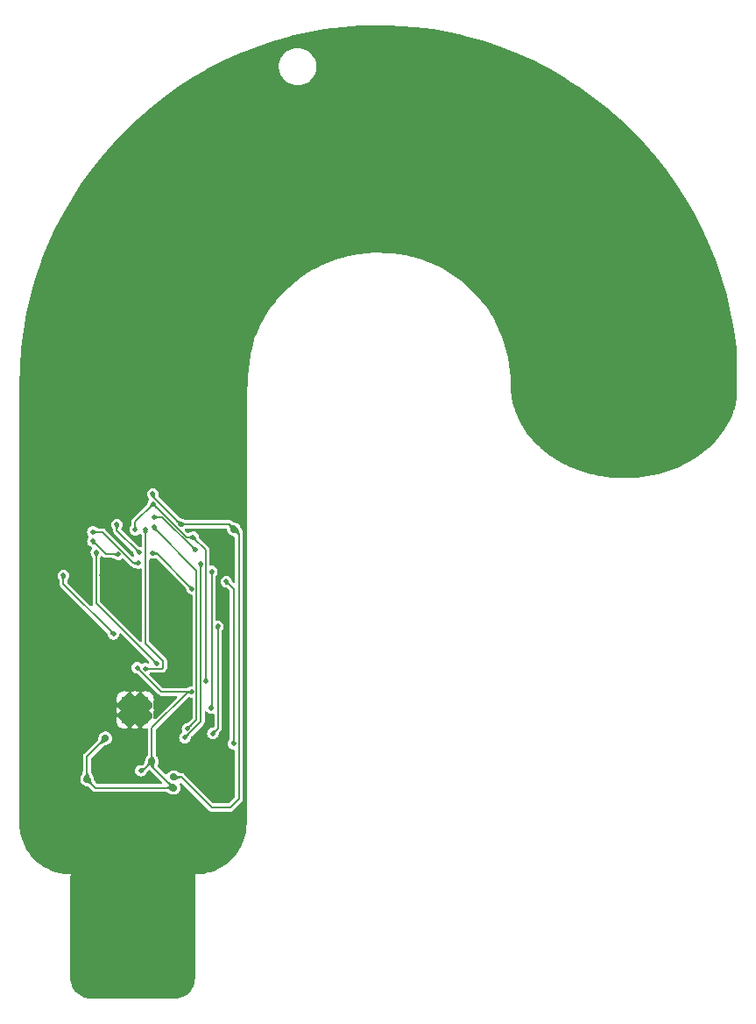
<source format=gbl>
G04 #@! TF.GenerationSoftware,KiCad,Pcbnew,7.0.9*
G04 #@! TF.CreationDate,2023-12-10T17:48:37-07:00*
G04 #@! TF.ProjectId,chrimbus2023,63687269-6d62-4757-9332-3032332e6b69,rev?*
G04 #@! TF.SameCoordinates,Original*
G04 #@! TF.FileFunction,Copper,L2,Bot*
G04 #@! TF.FilePolarity,Positive*
%FSLAX46Y46*%
G04 Gerber Fmt 4.6, Leading zero omitted, Abs format (unit mm)*
G04 Created by KiCad (PCBNEW 7.0.9) date 2023-12-10 17:48:37*
%MOMM*%
%LPD*%
G01*
G04 APERTURE LIST*
G04 #@! TA.AperFunction,SMDPad,CuDef*
%ADD10R,2.500000X2.500000*%
G04 #@! TD*
G04 #@! TA.AperFunction,ComponentPad*
%ADD11C,0.600000*%
G04 #@! TD*
G04 #@! TA.AperFunction,ViaPad*
%ADD12C,0.500000*%
G04 #@! TD*
G04 #@! TA.AperFunction,ViaPad*
%ADD13C,0.700000*%
G04 #@! TD*
G04 #@! TA.AperFunction,Conductor*
%ADD14C,0.127000*%
G04 #@! TD*
G04 #@! TA.AperFunction,Conductor*
%ADD15C,0.200000*%
G04 #@! TD*
G04 APERTURE END LIST*
D10*
X74715234Y-130433299D03*
D11*
X74715234Y-131433299D03*
X73715234Y-131433299D03*
X75715234Y-131433299D03*
X73715234Y-129433299D03*
X73715234Y-130433299D03*
X74715234Y-129433299D03*
X75715234Y-129433299D03*
X75715234Y-130433299D03*
X74715234Y-130433299D03*
D12*
X81775634Y-141161499D03*
X67125634Y-139111499D03*
X69725634Y-134161499D03*
X77375634Y-124061499D03*
X83525634Y-124211499D03*
X83625634Y-115811499D03*
X83175634Y-119511499D03*
X74475634Y-147661499D03*
X76375634Y-144411499D03*
X77375634Y-121861499D03*
X75925634Y-139561499D03*
X83475634Y-138411499D03*
X80925634Y-134161499D03*
X81775634Y-109961499D03*
X73425634Y-117511499D03*
X69475634Y-121661499D03*
X68225634Y-123611499D03*
X71475634Y-117461499D03*
X76423743Y-109580414D03*
X73775634Y-120311499D03*
X76519759Y-111814763D03*
X82125634Y-117061499D03*
X82075634Y-130261499D03*
X80525634Y-115011499D03*
X67775634Y-117461499D03*
X72625634Y-123111499D03*
X81575634Y-127711499D03*
X82725634Y-122361499D03*
X80225634Y-118761499D03*
X82225634Y-132711499D03*
X76425634Y-115311499D03*
X75125634Y-115261499D03*
X75025634Y-116261499D03*
X70625634Y-113261499D03*
X83525634Y-118061499D03*
X70625634Y-114161499D03*
X73075634Y-115411499D03*
X74925634Y-126361499D03*
X70725634Y-111761499D03*
X84225634Y-133711499D03*
X79525634Y-133111499D03*
X81075634Y-116311499D03*
X79775634Y-132261499D03*
X76519759Y-112808235D03*
X75725634Y-113061499D03*
X75725634Y-126461499D03*
X76825634Y-126011499D03*
X70975634Y-115211499D03*
X80325634Y-113761499D03*
X76454131Y-110561499D03*
X79125634Y-112511499D03*
X75275634Y-136311499D03*
X80225634Y-128711499D03*
X72953227Y-112540478D03*
X73723864Y-113020135D03*
X74725634Y-113061499D03*
X74725634Y-111361499D03*
D13*
X76339834Y-135410699D03*
X84290034Y-113007899D03*
X78422634Y-136934699D03*
X78448034Y-137976099D03*
X71844034Y-133175499D03*
X70066034Y-137137899D03*
D14*
X80925634Y-135861499D02*
X83475634Y-138411499D01*
X80925634Y-134161499D02*
X80925634Y-135861499D01*
D15*
X84290034Y-113007899D02*
X84747234Y-113465099D01*
X84747234Y-113465099D02*
X84747234Y-139039899D01*
X84747234Y-139039899D02*
X83925634Y-139861499D01*
X83925634Y-139861499D02*
X82125634Y-139861499D01*
X82125634Y-139861499D02*
X79198834Y-136934699D01*
X79198834Y-136934699D02*
X78422634Y-136934699D01*
D14*
X73375634Y-117461499D02*
X71475634Y-117461499D01*
X73425634Y-117511499D02*
X73375634Y-117461499D01*
X69475634Y-122361499D02*
X68225634Y-123611499D01*
X69475634Y-121661499D02*
X69475634Y-122361499D01*
X74725634Y-108261499D02*
X74775634Y-108211499D01*
D15*
X76423743Y-109809608D02*
X76423743Y-109580414D01*
X79125634Y-112511499D02*
X76423743Y-109809608D01*
D14*
X76519759Y-111814763D02*
X77328898Y-111814763D01*
X82125634Y-130211499D02*
X82075634Y-130261499D01*
X77328898Y-111814763D02*
X80525634Y-115011499D01*
X82125634Y-117061499D02*
X82125634Y-130211499D01*
X72625634Y-123111499D02*
X67775634Y-118261499D01*
X67775634Y-118261499D02*
X67775634Y-117461499D01*
X81516134Y-127651999D02*
X81575634Y-127711499D01*
X81516134Y-114951999D02*
X81516134Y-127651999D01*
X80325634Y-113761499D02*
X81516134Y-114951999D01*
X72953227Y-113089092D02*
X75125634Y-115261499D01*
X82725634Y-122361499D02*
X82725634Y-132211499D01*
X82725634Y-132211499D02*
X82225634Y-132711499D01*
X76775634Y-115311499D02*
X80225634Y-118761499D01*
X72953227Y-112540478D02*
X72953227Y-113089092D01*
X76425634Y-115311499D02*
X76775634Y-115311499D01*
X74548596Y-116261499D02*
X75025634Y-116261499D01*
X71548596Y-113261499D02*
X74548596Y-116261499D01*
X70625634Y-113261499D02*
X71548596Y-113261499D01*
X84225634Y-133711499D02*
X84225634Y-118811499D01*
X83525634Y-118061499D02*
X84225634Y-118761499D01*
X84225634Y-118761499D02*
X84225634Y-118811499D01*
X70625634Y-114161499D02*
X71875634Y-115411499D01*
X71875634Y-115411499D02*
X73075634Y-115411499D01*
X77275634Y-128711499D02*
X74925634Y-126361499D01*
X80225634Y-128711499D02*
X77275634Y-128711499D01*
X74325634Y-111761499D02*
X70725634Y-111761499D01*
X74725634Y-111361499D02*
X74325634Y-111761499D01*
X74725634Y-113061499D02*
X74725634Y-112289996D01*
X74725634Y-112289996D02*
X76454131Y-110561499D01*
X79525634Y-133111499D02*
X79548596Y-133111499D01*
X79548596Y-133111499D02*
X81075634Y-131584461D01*
X81075634Y-131584461D02*
X81075634Y-116311499D01*
X80666134Y-117001999D02*
X80666134Y-131370999D01*
X80666134Y-131370999D02*
X79775634Y-132261499D01*
X76475634Y-112811499D02*
X80666134Y-117001999D01*
X75725634Y-113061499D02*
X75725634Y-124011499D01*
X77425634Y-125711499D02*
X77425634Y-126361499D01*
X75725634Y-124011499D02*
X77425634Y-125711499D01*
X77425634Y-126361499D02*
X77325634Y-126461499D01*
X77325634Y-126461499D02*
X75725634Y-126461499D01*
X70975634Y-120161499D02*
X76825634Y-126011499D01*
X70975634Y-115211499D02*
X70975634Y-120161499D01*
X79654131Y-113761499D02*
X80325634Y-113761499D01*
X76454131Y-110561499D02*
X79654131Y-113761499D01*
D15*
X83793634Y-112511499D02*
X79125634Y-112511499D01*
X84290034Y-113007899D02*
X83793634Y-112511499D01*
D14*
X76339834Y-135410699D02*
X76339834Y-132197299D01*
X76339834Y-132197299D02*
X79825634Y-128711499D01*
X79825634Y-128711499D02*
X80225634Y-128711499D01*
X75439034Y-136311499D02*
X76339834Y-135410699D01*
X75275634Y-136311499D02*
X75439034Y-136311499D01*
D15*
X76339834Y-135867899D02*
X76339834Y-135410699D01*
X78448034Y-137976099D02*
X76339834Y-135867899D01*
X78448034Y-137976099D02*
X70904234Y-137976099D01*
X70904234Y-137976099D02*
X70066034Y-137137899D01*
X70066034Y-134953499D02*
X71844034Y-133175499D01*
X70066034Y-137137899D02*
X70066034Y-134953499D01*
G04 #@! TA.AperFunction,Conductor*
G36*
X83553355Y-112931684D02*
G01*
X83599110Y-112984488D01*
X83607409Y-113009311D01*
X83619919Y-113066074D01*
X83621978Y-113074317D01*
X83624409Y-113083018D01*
X83626855Y-113090934D01*
X83674918Y-113232747D01*
X83676903Y-113238039D01*
X83683135Y-113253373D01*
X83684269Y-113255038D01*
X83684551Y-113255452D01*
X83698001Y-113281275D01*
X83706440Y-113303526D01*
X83709814Y-113312422D01*
X83799551Y-113442429D01*
X83917794Y-113547182D01*
X84057669Y-113620595D01*
X84090365Y-113628653D01*
X84094786Y-113629920D01*
X84101751Y-113632201D01*
X84101761Y-113632205D01*
X84141362Y-113641223D01*
X84211049Y-113658399D01*
X84211050Y-113658399D01*
X84220159Y-113659505D01*
X84226457Y-113660601D01*
X84239432Y-113663556D01*
X84239434Y-113663556D01*
X84239437Y-113663557D01*
X84243653Y-113664278D01*
X84306410Y-113694990D01*
X84342602Y-113754755D01*
X84346734Y-113786501D01*
X84346734Y-118038337D01*
X84327049Y-118105376D01*
X84274245Y-118151131D01*
X84205087Y-118161075D01*
X84141531Y-118132050D01*
X84103757Y-118073272D01*
X84101083Y-118062356D01*
X84090182Y-118007146D01*
X84088040Y-117997837D01*
X84085427Y-117987915D01*
X84082715Y-117978781D01*
X84048864Y-117876577D01*
X84046715Y-117870781D01*
X84040191Y-117854612D01*
X84040189Y-117854608D01*
X84036072Y-117848550D01*
X84024073Y-117826312D01*
X84006495Y-117783874D01*
X83918255Y-117668878D01*
X83803259Y-117580638D01*
X83803258Y-117580637D01*
X83803256Y-117580636D01*
X83669346Y-117525170D01*
X83669344Y-117525169D01*
X83669343Y-117525169D01*
X83597488Y-117515709D01*
X83525635Y-117506249D01*
X83525633Y-117506249D01*
X83381925Y-117525169D01*
X83381921Y-117525170D01*
X83248011Y-117580636D01*
X83133013Y-117668878D01*
X83044771Y-117783876D01*
X82989305Y-117917786D01*
X82989304Y-117917790D01*
X82978766Y-117997836D01*
X82970384Y-118061499D01*
X82988794Y-118201338D01*
X82989304Y-118205207D01*
X82989305Y-118205211D01*
X83044771Y-118339121D01*
X83044772Y-118339123D01*
X83044773Y-118339124D01*
X83133013Y-118454120D01*
X83248009Y-118542360D01*
X83316922Y-118570903D01*
X83323175Y-118573914D01*
X83345805Y-118586415D01*
X83345808Y-118586416D01*
X83345812Y-118586418D01*
X83442916Y-118618580D01*
X83452050Y-118621292D01*
X83461972Y-118623905D01*
X83471281Y-118626047D01*
X83552191Y-118642022D01*
X83552450Y-118642079D01*
X83554989Y-118642646D01*
X83607713Y-118668660D01*
X83629801Y-118687178D01*
X83631570Y-118688198D01*
X83657288Y-118707926D01*
X83825315Y-118875953D01*
X83858800Y-118937276D01*
X83861634Y-118963634D01*
X83861634Y-133161363D01*
X83857743Y-133189741D01*
X83857897Y-133189769D01*
X83857259Y-133193272D01*
X83857059Y-133194734D01*
X83856870Y-133195407D01*
X83856868Y-133195419D01*
X83854344Y-133224131D01*
X83835508Y-133279727D01*
X83833924Y-133282222D01*
X83788073Y-133350632D01*
X83783124Y-133358527D01*
X83777941Y-133367384D01*
X83773281Y-133375965D01*
X83724886Y-133472295D01*
X83722314Y-133477899D01*
X83717700Y-133488755D01*
X83715493Y-133493948D01*
X83715491Y-133493952D01*
X83714117Y-133501157D01*
X83706877Y-133525361D01*
X83689305Y-133567785D01*
X83689304Y-133567790D01*
X83676276Y-133666749D01*
X83670384Y-133711499D01*
X83687769Y-133843552D01*
X83689304Y-133855207D01*
X83689305Y-133855211D01*
X83744771Y-133989121D01*
X83744772Y-133989123D01*
X83744773Y-133989124D01*
X83833013Y-134104120D01*
X83948009Y-134192360D01*
X84081925Y-134247829D01*
X84225634Y-134266749D01*
X84233693Y-134267810D01*
X84233419Y-134269886D01*
X84289773Y-134286434D01*
X84335528Y-134339238D01*
X84346734Y-134390749D01*
X84346734Y-138822644D01*
X84327049Y-138889683D01*
X84310415Y-138910325D01*
X83796060Y-139424680D01*
X83734737Y-139458165D01*
X83708379Y-139460999D01*
X82342888Y-139460999D01*
X82275849Y-139441314D01*
X82255207Y-139424680D01*
X79458121Y-136627592D01*
X79458090Y-136627563D01*
X79437176Y-136606649D01*
X79437175Y-136606648D01*
X79417434Y-136596589D01*
X79400848Y-136586425D01*
X79382924Y-136573403D01*
X79382925Y-136573403D01*
X79361852Y-136566556D01*
X79343879Y-136559111D01*
X79324141Y-136549054D01*
X79324138Y-136549053D01*
X79302252Y-136545586D01*
X79283341Y-136541045D01*
X79262273Y-136534200D01*
X79262268Y-136534199D01*
X79262267Y-136534199D01*
X79262263Y-136534199D01*
X79171036Y-136534199D01*
X79138481Y-136529849D01*
X79136555Y-136529325D01*
X79136553Y-136529324D01*
X79136552Y-136529324D01*
X79049167Y-136522243D01*
X79020641Y-136516506D01*
X79012724Y-136513917D01*
X78988046Y-136502732D01*
X78950558Y-136480513D01*
X78949794Y-136480060D01*
X78855399Y-136419757D01*
X78848266Y-136415469D01*
X78844720Y-136413468D01*
X78840413Y-136411036D01*
X78836446Y-136408939D01*
X78832935Y-136407082D01*
X78698599Y-136340756D01*
X78693490Y-136338433D01*
X78672108Y-136329408D01*
X78672134Y-136329344D01*
X78657850Y-136323499D01*
X78655000Y-136322003D01*
X78501619Y-136284199D01*
X78343649Y-136284199D01*
X78343648Y-136284199D01*
X78190268Y-136322002D01*
X78050396Y-136395414D01*
X77982903Y-136455207D01*
X77954849Y-136480061D01*
X77932150Y-136500170D01*
X77855915Y-136610615D01*
X77801632Y-136654606D01*
X77732183Y-136662265D01*
X77669618Y-136631161D01*
X77666184Y-136627856D01*
X76927459Y-135889131D01*
X76893974Y-135827808D01*
X76898958Y-135758116D01*
X76907647Y-135739635D01*
X76923228Y-135712549D01*
X76944052Y-135668575D01*
X76945369Y-135665103D01*
X76945608Y-135664282D01*
X76958935Y-135618443D01*
X76959525Y-135615579D01*
X76965031Y-135596624D01*
X76976071Y-135567517D01*
X76985281Y-135491658D01*
X76986101Y-135486646D01*
X76987702Y-135478883D01*
X76990043Y-135463698D01*
X76991072Y-135453719D01*
X76991569Y-135441516D01*
X76991970Y-135436571D01*
X76995112Y-135410702D01*
X76995112Y-135410699D01*
X76976071Y-135253881D01*
X76954638Y-135197368D01*
X76934074Y-135143147D01*
X76932759Y-135139298D01*
X76928121Y-135124100D01*
X76925175Y-135118455D01*
X76922177Y-135111776D01*
X76920054Y-135106176D01*
X76920053Y-135106174D01*
X76916942Y-135101667D01*
X76913000Y-135095129D01*
X76858867Y-134991414D01*
X76852861Y-134980938D01*
X76845462Y-134969138D01*
X76838641Y-134959162D01*
X76765899Y-134861296D01*
X76739473Y-134825353D01*
X76716033Y-134764643D01*
X76712960Y-134734896D01*
X76708302Y-134689804D01*
X76708298Y-134689790D01*
X76707312Y-134684610D01*
X76707650Y-134684545D01*
X76703834Y-134656814D01*
X76703834Y-132399434D01*
X76723519Y-132332395D01*
X76740153Y-132311753D01*
X78265054Y-130786852D01*
X79825416Y-129226489D01*
X79886737Y-129193006D01*
X79956429Y-129197990D01*
X79968759Y-129203368D01*
X79986328Y-129212194D01*
X79991855Y-129214736D01*
X80008086Y-129221640D01*
X80015277Y-129223011D01*
X80039486Y-129230250D01*
X80081925Y-129247829D01*
X80194319Y-129262626D01*
X80258216Y-129290893D01*
X80296687Y-129349217D01*
X80302134Y-129385565D01*
X80302134Y-131168862D01*
X80282449Y-131235901D01*
X80265815Y-131256543D01*
X79907248Y-131615109D01*
X79884432Y-131632424D01*
X79884521Y-131632552D01*
X79881612Y-131634564D01*
X79880425Y-131635466D01*
X79879808Y-131635813D01*
X79857707Y-131654341D01*
X79805096Y-131680327D01*
X79802200Y-131680974D01*
X79721232Y-131696958D01*
X79711842Y-131699121D01*
X79706894Y-131700426D01*
X79701946Y-131701732D01*
X79692888Y-131704425D01*
X79590512Y-131738334D01*
X79584563Y-131740548D01*
X79568747Y-131746940D01*
X79568742Y-131746943D01*
X79562678Y-131751064D01*
X79540447Y-131763058D01*
X79498011Y-131780637D01*
X79498009Y-131780638D01*
X79399840Y-131855966D01*
X79383013Y-131868878D01*
X79294771Y-131983876D01*
X79239305Y-132117786D01*
X79239304Y-132117790D01*
X79220384Y-132261498D01*
X79220384Y-132261499D01*
X79239304Y-132405207D01*
X79239305Y-132405211D01*
X79275847Y-132493432D01*
X79283316Y-132562901D01*
X79252041Y-132625380D01*
X79236773Y-132639259D01*
X79133015Y-132718876D01*
X79044771Y-132833876D01*
X78989305Y-132967786D01*
X78989304Y-132967790D01*
X78971356Y-133104119D01*
X78970384Y-133111499D01*
X78988332Y-133247828D01*
X78989304Y-133255207D01*
X78989305Y-133255211D01*
X79044771Y-133389121D01*
X79044772Y-133389123D01*
X79044773Y-133389124D01*
X79133013Y-133504120D01*
X79248009Y-133592360D01*
X79381925Y-133647829D01*
X79508914Y-133664547D01*
X79525633Y-133666749D01*
X79525634Y-133666749D01*
X79525635Y-133666749D01*
X79540611Y-133664777D01*
X79669343Y-133647829D01*
X79803259Y-133592360D01*
X79918255Y-133504120D01*
X80006495Y-133389124D01*
X80033127Y-133324823D01*
X80036535Y-133317863D01*
X80049363Y-133295347D01*
X80081756Y-133201705D01*
X80084002Y-133194664D01*
X80086222Y-133187078D01*
X80088102Y-133180033D01*
X80106055Y-133105676D01*
X80107772Y-133099668D01*
X80133020Y-133052854D01*
X80157732Y-133024148D01*
X80159828Y-133020594D01*
X80178944Y-132995922D01*
X81297238Y-131877629D01*
X81317092Y-131861507D01*
X81325573Y-131855967D01*
X81346646Y-131828891D01*
X81351706Y-131823162D01*
X81354349Y-131820520D01*
X81367510Y-131802086D01*
X81400189Y-131760101D01*
X81400190Y-131760095D01*
X81403821Y-131753386D01*
X81407167Y-131746543D01*
X81407170Y-131746539D01*
X81408954Y-131740548D01*
X81422353Y-131695540D01*
X81427353Y-131680974D01*
X81439634Y-131645202D01*
X81439634Y-131645194D01*
X81440892Y-131637656D01*
X81441833Y-131630107D01*
X81439634Y-131576938D01*
X81439634Y-130702234D01*
X81459319Y-130635195D01*
X81512123Y-130589440D01*
X81581281Y-130579496D01*
X81644837Y-130608521D01*
X81662007Y-130626745D01*
X81683013Y-130654120D01*
X81798009Y-130742360D01*
X81931925Y-130797829D01*
X82058914Y-130814547D01*
X82075633Y-130816749D01*
X82075634Y-130816749D01*
X82075635Y-130816749D01*
X82094870Y-130814216D01*
X82219343Y-130797829D01*
X82219346Y-130797827D01*
X82221448Y-130797551D01*
X82290483Y-130808316D01*
X82342739Y-130854696D01*
X82361634Y-130920490D01*
X82361634Y-132001276D01*
X82341949Y-132068315D01*
X82317297Y-132096301D01*
X82307709Y-132104339D01*
X82255096Y-132130327D01*
X82252200Y-132130974D01*
X82171232Y-132146958D01*
X82161842Y-132149121D01*
X82156894Y-132150426D01*
X82151946Y-132151732D01*
X82142888Y-132154425D01*
X82040512Y-132188334D01*
X82034563Y-132190548D01*
X82018747Y-132196940D01*
X82018742Y-132196943D01*
X82012678Y-132201064D01*
X81990447Y-132213058D01*
X81948011Y-132230637D01*
X81948009Y-132230638D01*
X81903839Y-132264531D01*
X81833013Y-132318878D01*
X81744771Y-132433876D01*
X81689305Y-132567786D01*
X81689304Y-132567790D01*
X81670384Y-132711498D01*
X81670384Y-132711499D01*
X81689304Y-132855207D01*
X81689305Y-132855211D01*
X81744771Y-132989121D01*
X81744772Y-132989123D01*
X81744773Y-132989124D01*
X81833013Y-133104120D01*
X81948009Y-133192360D01*
X81948010Y-133192360D01*
X81948011Y-133192361D01*
X81953569Y-133194663D01*
X82081925Y-133247829D01*
X82208914Y-133264547D01*
X82225633Y-133266749D01*
X82225634Y-133266749D01*
X82225635Y-133266749D01*
X82240611Y-133264777D01*
X82369343Y-133247829D01*
X82503259Y-133192360D01*
X82618255Y-133104120D01*
X82706495Y-132989124D01*
X82735043Y-132920200D01*
X82738052Y-132913951D01*
X82750553Y-132891319D01*
X82750554Y-132891318D01*
X82782749Y-132794110D01*
X82785516Y-132784768D01*
X82788115Y-132774841D01*
X82790202Y-132765742D01*
X82795094Y-132740969D01*
X82800912Y-132711499D01*
X82806157Y-132684937D01*
X82806790Y-132682098D01*
X82832797Y-132629415D01*
X82836180Y-132625380D01*
X82851311Y-132607333D01*
X82852326Y-132605572D01*
X82872052Y-132579853D01*
X82947238Y-132504666D01*
X82967099Y-132488540D01*
X82975573Y-132483005D01*
X82996638Y-132455938D01*
X83001715Y-132450191D01*
X83004349Y-132447558D01*
X83017510Y-132429124D01*
X83050189Y-132387139D01*
X83050190Y-132387133D01*
X83053821Y-132380424D01*
X83057167Y-132373581D01*
X83057170Y-132373577D01*
X83072353Y-132322577D01*
X83089634Y-132272240D01*
X83089634Y-132272232D01*
X83090892Y-132264694D01*
X83091833Y-132257145D01*
X83089634Y-132203976D01*
X83089634Y-122911624D01*
X83093524Y-122883241D01*
X83093372Y-122883214D01*
X83094005Y-122879732D01*
X83094208Y-122878255D01*
X83094398Y-122877577D01*
X83096921Y-122848869D01*
X83115784Y-122793229D01*
X83117347Y-122790768D01*
X83163208Y-122722340D01*
X83168179Y-122714407D01*
X83173365Y-122705540D01*
X83178000Y-122697003D01*
X83203034Y-122647173D01*
X83226329Y-122600806D01*
X83228871Y-122595277D01*
X83235775Y-122579046D01*
X83237145Y-122571860D01*
X83244386Y-122547642D01*
X83261964Y-122505208D01*
X83280884Y-122361499D01*
X83261964Y-122217790D01*
X83206495Y-122083874D01*
X83118255Y-121968878D01*
X83003259Y-121880638D01*
X83003258Y-121880637D01*
X83003256Y-121880636D01*
X82869346Y-121825170D01*
X82869344Y-121825169D01*
X82869343Y-121825169D01*
X82739671Y-121808097D01*
X82725635Y-121806249D01*
X82725632Y-121806249D01*
X82629819Y-121818863D01*
X82560784Y-121808097D01*
X82508528Y-121761717D01*
X82489634Y-121695924D01*
X82489634Y-117611624D01*
X82493524Y-117583241D01*
X82493372Y-117583214D01*
X82494005Y-117579732D01*
X82494208Y-117578255D01*
X82494398Y-117577577D01*
X82496921Y-117548869D01*
X82515784Y-117493229D01*
X82517347Y-117490768D01*
X82536964Y-117461499D01*
X82563208Y-117422340D01*
X82568180Y-117414406D01*
X82573365Y-117405540D01*
X82578000Y-117397003D01*
X82626329Y-117300806D01*
X82628871Y-117295277D01*
X82635775Y-117279046D01*
X82637145Y-117271860D01*
X82644386Y-117247642D01*
X82661964Y-117205208D01*
X82680884Y-117061499D01*
X82680371Y-117057606D01*
X82670238Y-116980638D01*
X82661964Y-116917790D01*
X82606495Y-116783874D01*
X82518255Y-116668878D01*
X82403259Y-116580638D01*
X82403258Y-116580637D01*
X82403256Y-116580636D01*
X82269346Y-116525170D01*
X82269344Y-116525169D01*
X82269343Y-116525169D01*
X82188100Y-116514473D01*
X82125635Y-116506249D01*
X82125633Y-116506249D01*
X82020320Y-116520114D01*
X81951284Y-116509349D01*
X81899028Y-116462969D01*
X81880134Y-116397175D01*
X81880134Y-115002604D01*
X81882773Y-114977159D01*
X81884851Y-114967249D01*
X81882886Y-114951487D01*
X81880611Y-114933226D01*
X81880134Y-114925550D01*
X81880134Y-114921841D01*
X81880133Y-114921833D01*
X81876405Y-114899491D01*
X81869825Y-114846701D01*
X81867643Y-114839375D01*
X81865171Y-114832172D01*
X81839841Y-114785367D01*
X81834856Y-114775170D01*
X81816471Y-114737562D01*
X81816469Y-114737560D01*
X81816468Y-114737557D01*
X81812049Y-114731368D01*
X81807350Y-114725330D01*
X81768203Y-114689294D01*
X80972019Y-113893110D01*
X80954698Y-113870287D01*
X80954571Y-113870376D01*
X80952559Y-113867469D01*
X80951658Y-113866281D01*
X80951312Y-113865666D01*
X80932796Y-113843581D01*
X80906791Y-113790899D01*
X80906156Y-113788052D01*
X80901191Y-113762907D01*
X80890182Y-113707146D01*
X80888040Y-113697837D01*
X80885427Y-113687915D01*
X80882715Y-113678781D01*
X80855902Y-113597827D01*
X80848865Y-113576580D01*
X80846715Y-113570782D01*
X80840191Y-113554612D01*
X80840189Y-113554608D01*
X80836072Y-113548550D01*
X80824073Y-113526312D01*
X80806495Y-113483874D01*
X80718255Y-113368878D01*
X80603259Y-113280638D01*
X80603258Y-113280637D01*
X80603256Y-113280636D01*
X80469346Y-113225170D01*
X80469344Y-113225169D01*
X80469343Y-113225169D01*
X80397488Y-113215709D01*
X80325635Y-113206249D01*
X80325633Y-113206249D01*
X80181923Y-113225169D01*
X80113024Y-113253707D01*
X80106474Y-113256000D01*
X80081613Y-113263170D01*
X79990102Y-113309144D01*
X79988981Y-113309753D01*
X79981518Y-113313806D01*
X79972662Y-113318989D01*
X79964767Y-113323938D01*
X79909667Y-113360868D01*
X79843020Y-113381840D01*
X79775613Y-113363450D01*
X79752950Y-113345544D01*
X79536809Y-113129403D01*
X79503324Y-113068080D01*
X79508308Y-112998388D01*
X79550180Y-112942455D01*
X79615644Y-112918038D01*
X79617560Y-112917916D01*
X79631500Y-112917143D01*
X79638309Y-112915491D01*
X79667533Y-112911999D01*
X83486316Y-112911999D01*
X83553355Y-112931684D01*
G37*
G04 #@! TD.AperFunction*
G04 #@! TA.AperFunction,Conductor*
G36*
X75341374Y-128721733D02*
G01*
X75385721Y-128750234D01*
X75715234Y-129079746D01*
X76398298Y-129762811D01*
X76431783Y-129824134D01*
X76426799Y-129893826D01*
X76403173Y-129930589D01*
X76403173Y-129937351D01*
X76431783Y-129989745D01*
X76426799Y-130059437D01*
X76398298Y-130103786D01*
X76068787Y-130433298D01*
X76068787Y-130433299D01*
X76398298Y-130762811D01*
X76431783Y-130824134D01*
X76426799Y-130893826D01*
X76403173Y-130930589D01*
X76403173Y-130937351D01*
X76431783Y-130989745D01*
X76426799Y-131059437D01*
X76398298Y-131103786D01*
X75715234Y-131786852D01*
X75385721Y-132116364D01*
X75324398Y-132149848D01*
X75254706Y-132144864D01*
X75217944Y-132121238D01*
X75211182Y-132121238D01*
X75158783Y-132149849D01*
X75089092Y-132144863D01*
X75044746Y-132116363D01*
X74715234Y-131786852D01*
X74385721Y-132116363D01*
X74324398Y-132149848D01*
X74254706Y-132144864D01*
X74217944Y-132121238D01*
X74211182Y-132121238D01*
X74158783Y-132149849D01*
X74089092Y-132144863D01*
X74044746Y-132116363D01*
X73715234Y-131786852D01*
X73361682Y-131433299D01*
X73559943Y-131433299D01*
X73580748Y-131510944D01*
X73637589Y-131567785D01*
X73695488Y-131583299D01*
X73734980Y-131583299D01*
X73792879Y-131567785D01*
X73849720Y-131510945D01*
X73870525Y-131433299D01*
X74068787Y-131433299D01*
X74215234Y-131579746D01*
X74361681Y-131433299D01*
X74559943Y-131433299D01*
X74580748Y-131510944D01*
X74637589Y-131567785D01*
X74695488Y-131583299D01*
X74734980Y-131583299D01*
X74792879Y-131567785D01*
X74849720Y-131510945D01*
X74870525Y-131433299D01*
X75068787Y-131433299D01*
X75215234Y-131579746D01*
X75361681Y-131433299D01*
X75559943Y-131433299D01*
X75580748Y-131510944D01*
X75637589Y-131567785D01*
X75695488Y-131583299D01*
X75734980Y-131583299D01*
X75792879Y-131567785D01*
X75849720Y-131510945D01*
X75870525Y-131433299D01*
X75849720Y-131355654D01*
X75792879Y-131298813D01*
X75734980Y-131283299D01*
X75695488Y-131283299D01*
X75637589Y-131298813D01*
X75580748Y-131355653D01*
X75559943Y-131433299D01*
X75361681Y-131433299D01*
X75215234Y-131286852D01*
X75068787Y-131433299D01*
X74870525Y-131433299D01*
X74849720Y-131355654D01*
X74792879Y-131298813D01*
X74734980Y-131283299D01*
X74695488Y-131283299D01*
X74637589Y-131298813D01*
X74580748Y-131355653D01*
X74559943Y-131433299D01*
X74361681Y-131433299D01*
X74215234Y-131286852D01*
X74068787Y-131433299D01*
X73870525Y-131433299D01*
X73849720Y-131355654D01*
X73792879Y-131298813D01*
X73734980Y-131283299D01*
X73695488Y-131283299D01*
X73637589Y-131298813D01*
X73580748Y-131355653D01*
X73559943Y-131433299D01*
X73361682Y-131433299D01*
X73032169Y-131103786D01*
X72998684Y-131042463D01*
X73003668Y-130972771D01*
X73027294Y-130936009D01*
X73027294Y-130933299D01*
X73568787Y-130933299D01*
X73715234Y-131079746D01*
X73861681Y-130933299D01*
X74568787Y-130933299D01*
X74715234Y-131079746D01*
X74861681Y-130933299D01*
X75568787Y-130933299D01*
X75715234Y-131079746D01*
X75861681Y-130933299D01*
X75715234Y-130786852D01*
X75568787Y-130933299D01*
X74861681Y-130933299D01*
X74715234Y-130786852D01*
X74568787Y-130933299D01*
X73861681Y-130933299D01*
X73715234Y-130786852D01*
X73568787Y-130933299D01*
X73027294Y-130933299D01*
X73027294Y-130929247D01*
X72998683Y-130876848D01*
X73003669Y-130807157D01*
X73032169Y-130762811D01*
X73361681Y-130433299D01*
X73559943Y-130433299D01*
X73580748Y-130510944D01*
X73637589Y-130567785D01*
X73695488Y-130583299D01*
X73734980Y-130583299D01*
X73792879Y-130567785D01*
X73849720Y-130510945D01*
X73870525Y-130433299D01*
X74068787Y-130433299D01*
X74215234Y-130579746D01*
X74361681Y-130433299D01*
X74559943Y-130433299D01*
X74580748Y-130510944D01*
X74637589Y-130567785D01*
X74695488Y-130583299D01*
X74734980Y-130583299D01*
X74792879Y-130567785D01*
X74849720Y-130510945D01*
X74870525Y-130433299D01*
X75068787Y-130433299D01*
X75215234Y-130579746D01*
X75361681Y-130433299D01*
X75559943Y-130433299D01*
X75580748Y-130510944D01*
X75637589Y-130567785D01*
X75695488Y-130583299D01*
X75734980Y-130583299D01*
X75792879Y-130567785D01*
X75849720Y-130510945D01*
X75870525Y-130433299D01*
X75849720Y-130355654D01*
X75792879Y-130298813D01*
X75734980Y-130283299D01*
X75695488Y-130283299D01*
X75637589Y-130298813D01*
X75580748Y-130355653D01*
X75559943Y-130433299D01*
X75361681Y-130433299D01*
X75215234Y-130286852D01*
X75068787Y-130433299D01*
X74870525Y-130433299D01*
X74849720Y-130355654D01*
X74792879Y-130298813D01*
X74734980Y-130283299D01*
X74695488Y-130283299D01*
X74637589Y-130298813D01*
X74580748Y-130355653D01*
X74559943Y-130433299D01*
X74361681Y-130433299D01*
X74215234Y-130286852D01*
X74068787Y-130433299D01*
X73870525Y-130433299D01*
X73849720Y-130355654D01*
X73792879Y-130298813D01*
X73734980Y-130283299D01*
X73695488Y-130283299D01*
X73637589Y-130298813D01*
X73580748Y-130355653D01*
X73559943Y-130433299D01*
X73361681Y-130433299D01*
X73361681Y-130433298D01*
X73032169Y-130103786D01*
X72998684Y-130042463D01*
X73003668Y-129972771D01*
X73027294Y-129936009D01*
X73027294Y-129933299D01*
X73568787Y-129933299D01*
X73715234Y-130079746D01*
X73861681Y-129933299D01*
X74568787Y-129933299D01*
X74715234Y-130079746D01*
X74861681Y-129933299D01*
X75568787Y-129933299D01*
X75715234Y-130079746D01*
X75861681Y-129933299D01*
X75715234Y-129786852D01*
X75568787Y-129933299D01*
X74861681Y-129933299D01*
X74715234Y-129786852D01*
X74568787Y-129933299D01*
X73861681Y-129933299D01*
X73715234Y-129786852D01*
X73568787Y-129933299D01*
X73027294Y-129933299D01*
X73027294Y-129929247D01*
X72998683Y-129876848D01*
X73003669Y-129807157D01*
X73032169Y-129762811D01*
X73361681Y-129433299D01*
X73559943Y-129433299D01*
X73580748Y-129510944D01*
X73637589Y-129567785D01*
X73695488Y-129583299D01*
X73734980Y-129583299D01*
X73792879Y-129567785D01*
X73849720Y-129510945D01*
X73870525Y-129433299D01*
X74068787Y-129433299D01*
X74215234Y-129579746D01*
X74361681Y-129433299D01*
X74559943Y-129433299D01*
X74580748Y-129510944D01*
X74637589Y-129567785D01*
X74695488Y-129583299D01*
X74734980Y-129583299D01*
X74792879Y-129567785D01*
X74849720Y-129510945D01*
X74870525Y-129433299D01*
X75068787Y-129433299D01*
X75215234Y-129579746D01*
X75361681Y-129433299D01*
X75559943Y-129433299D01*
X75580748Y-129510944D01*
X75637589Y-129567785D01*
X75695488Y-129583299D01*
X75734980Y-129583299D01*
X75792879Y-129567785D01*
X75849720Y-129510945D01*
X75870525Y-129433299D01*
X75849720Y-129355654D01*
X75792879Y-129298813D01*
X75734980Y-129283299D01*
X75695488Y-129283299D01*
X75637589Y-129298813D01*
X75580748Y-129355653D01*
X75559943Y-129433299D01*
X75361681Y-129433299D01*
X75215234Y-129286852D01*
X75068787Y-129433299D01*
X74870525Y-129433299D01*
X74849720Y-129355654D01*
X74792879Y-129298813D01*
X74734980Y-129283299D01*
X74695488Y-129283299D01*
X74637589Y-129298813D01*
X74580748Y-129355653D01*
X74559943Y-129433299D01*
X74361681Y-129433299D01*
X74215234Y-129286852D01*
X74068787Y-129433299D01*
X73870525Y-129433299D01*
X73849720Y-129355654D01*
X73792879Y-129298813D01*
X73734980Y-129283299D01*
X73695488Y-129283299D01*
X73637589Y-129298813D01*
X73580748Y-129355653D01*
X73559943Y-129433299D01*
X73361681Y-129433299D01*
X74044746Y-128750234D01*
X74106069Y-128716749D01*
X74175761Y-128721733D01*
X74212524Y-128745359D01*
X74219287Y-128745359D01*
X74271682Y-128716749D01*
X74341374Y-128721733D01*
X74385721Y-128750234D01*
X74715233Y-129079746D01*
X75044746Y-128750234D01*
X75106069Y-128716749D01*
X75175761Y-128721733D01*
X75212524Y-128745359D01*
X75219287Y-128745359D01*
X75271682Y-128716749D01*
X75341374Y-128721733D01*
G37*
G04 #@! TD.AperFunction*
G04 #@! TA.AperFunction,Conductor*
G36*
X76789227Y-115839866D02*
G01*
X79579243Y-118629882D01*
X79596559Y-118652698D01*
X79596687Y-118652610D01*
X79598705Y-118655527D01*
X79599602Y-118656708D01*
X79599947Y-118657321D01*
X79599951Y-118657326D01*
X79599953Y-118657330D01*
X79599955Y-118657332D01*
X79618473Y-118679421D01*
X79644464Y-118732044D01*
X79645109Y-118734933D01*
X79661076Y-118815807D01*
X79663193Y-118825023D01*
X79665794Y-118834926D01*
X79668531Y-118844156D01*
X79702404Y-118946422D01*
X79704552Y-118952216D01*
X79711076Y-118968385D01*
X79715194Y-118974444D01*
X79727196Y-118996689D01*
X79744771Y-119039121D01*
X79744772Y-119039123D01*
X79744773Y-119039124D01*
X79833013Y-119154120D01*
X79948009Y-119242360D01*
X80081925Y-119297829D01*
X80194319Y-119312626D01*
X80258216Y-119340893D01*
X80296687Y-119399217D01*
X80302134Y-119435565D01*
X80302134Y-128037432D01*
X80282449Y-128104471D01*
X80229645Y-128150226D01*
X80194320Y-128160371D01*
X80081923Y-128175169D01*
X80041881Y-128191754D01*
X80018966Y-128198740D01*
X80004827Y-128201593D01*
X79898582Y-128244512D01*
X79810851Y-128281893D01*
X79807485Y-128283434D01*
X79803498Y-128285259D01*
X79795441Y-128289209D01*
X79787816Y-128293217D01*
X79726273Y-128327814D01*
X79719556Y-128331590D01*
X79658792Y-128347499D01*
X77477769Y-128347499D01*
X77410730Y-128327814D01*
X77390088Y-128311180D01*
X76128204Y-127049295D01*
X76094719Y-126987972D01*
X76099703Y-126918280D01*
X76141575Y-126862347D01*
X76146836Y-126858618D01*
X76154909Y-126853208D01*
X76157349Y-126851657D01*
X76213002Y-126832786D01*
X76241712Y-126830263D01*
X76243676Y-126829735D01*
X76275814Y-126825499D01*
X77275028Y-126825499D01*
X77300472Y-126828138D01*
X77303639Y-126828801D01*
X77310384Y-126830216D01*
X77329281Y-126827860D01*
X77344405Y-126825976D01*
X77352081Y-126825499D01*
X77355793Y-126825499D01*
X77355796Y-126825499D01*
X77378140Y-126821770D01*
X77430933Y-126815190D01*
X77430939Y-126815186D01*
X77438253Y-126813009D01*
X77445455Y-126810537D01*
X77445459Y-126810537D01*
X77492270Y-126785203D01*
X77540070Y-126761836D01*
X77540073Y-126761832D01*
X77546285Y-126757396D01*
X77552292Y-126752721D01*
X77552299Y-126752718D01*
X77588350Y-126713555D01*
X77647234Y-126654670D01*
X77667089Y-126638547D01*
X77675573Y-126633005D01*
X77696644Y-126605930D01*
X77701721Y-126600183D01*
X77704348Y-126597558D01*
X77717501Y-126579136D01*
X77750189Y-126537139D01*
X77750191Y-126537132D01*
X77753822Y-126530422D01*
X77757165Y-126523583D01*
X77757170Y-126523577D01*
X77772354Y-126472574D01*
X77789634Y-126422240D01*
X77789634Y-126422233D01*
X77790893Y-126414691D01*
X77791833Y-126407146D01*
X77789634Y-126353976D01*
X77789634Y-125762104D01*
X77792273Y-125736659D01*
X77794351Y-125726749D01*
X77792404Y-125711132D01*
X77790111Y-125692726D01*
X77789634Y-125685050D01*
X77789634Y-125681341D01*
X77789633Y-125681333D01*
X77785905Y-125658991D01*
X77779325Y-125606201D01*
X77777143Y-125598875D01*
X77774671Y-125591672D01*
X77749341Y-125544867D01*
X77725971Y-125497062D01*
X77725969Y-125497060D01*
X77725968Y-125497057D01*
X77721549Y-125490868D01*
X77716850Y-125484830D01*
X77677703Y-125448794D01*
X76125953Y-123897043D01*
X76092468Y-123835720D01*
X76089634Y-123809362D01*
X76089634Y-115953758D01*
X76109319Y-115886719D01*
X76162123Y-115840964D01*
X76231281Y-115831020D01*
X76261079Y-115839194D01*
X76281925Y-115847829D01*
X76368515Y-115859229D01*
X76425633Y-115866749D01*
X76425634Y-115866749D01*
X76425635Y-115866749D01*
X76482753Y-115859229D01*
X76569343Y-115847829D01*
X76653435Y-115812996D01*
X76657985Y-115811318D01*
X76663270Y-115809603D01*
X76733106Y-115807630D01*
X76789227Y-115839866D01*
G37*
G04 #@! TD.AperFunction*
G04 #@! TA.AperFunction,Conductor*
G36*
X71558731Y-115609609D02*
G01*
X71563430Y-115614069D01*
X71582460Y-115633099D01*
X71598585Y-115652955D01*
X71604125Y-115661434D01*
X71604128Y-115661438D01*
X71631182Y-115682495D01*
X71636946Y-115687586D01*
X71639572Y-115690212D01*
X71658008Y-115703375D01*
X71699993Y-115736054D01*
X71706694Y-115739680D01*
X71713553Y-115743033D01*
X71713556Y-115743035D01*
X71764558Y-115758219D01*
X71814893Y-115775499D01*
X71814896Y-115775499D01*
X71822427Y-115776756D01*
X71829986Y-115777698D01*
X71829986Y-115777697D01*
X71829987Y-115777698D01*
X71883156Y-115775499D01*
X72525509Y-115775499D01*
X72553891Y-115779389D01*
X72553919Y-115779237D01*
X72557400Y-115779870D01*
X72558877Y-115780073D01*
X72559556Y-115780263D01*
X72588261Y-115782786D01*
X72643884Y-115801637D01*
X72646358Y-115803209D01*
X72714789Y-115849072D01*
X72722724Y-115854045D01*
X72731590Y-115859230D01*
X72740129Y-115863866D01*
X72836328Y-115912194D01*
X72841855Y-115914736D01*
X72858086Y-115921640D01*
X72865277Y-115923011D01*
X72889486Y-115930250D01*
X72931925Y-115947829D01*
X73039706Y-115962019D01*
X73075633Y-115966749D01*
X73075634Y-115966749D01*
X73075635Y-115966749D01*
X73090611Y-115964777D01*
X73219343Y-115947829D01*
X73353259Y-115892360D01*
X73443199Y-115823346D01*
X73508366Y-115798153D01*
X73576811Y-115812191D01*
X73606365Y-115834042D01*
X74255421Y-116483098D01*
X74271548Y-116502957D01*
X74277087Y-116511435D01*
X74277091Y-116511439D01*
X74280988Y-116514473D01*
X74294173Y-116526346D01*
X74297295Y-116529591D01*
X74297303Y-116529598D01*
X74297304Y-116529599D01*
X74383553Y-116604087D01*
X74383556Y-116604089D01*
X74383556Y-116604090D01*
X74396588Y-116614171D01*
X74396586Y-116614170D01*
X74405834Y-116620557D01*
X74412222Y-116624971D01*
X74426279Y-116633599D01*
X74513259Y-116680730D01*
X74527815Y-116687650D01*
X74527828Y-116687656D01*
X74527827Y-116687655D01*
X74530007Y-116688554D01*
X74544970Y-116694723D01*
X74544975Y-116694725D01*
X74544983Y-116694728D01*
X74544985Y-116694729D01*
X74560115Y-116700056D01*
X74560116Y-116700056D01*
X74560125Y-116700058D01*
X74560129Y-116700060D01*
X74646906Y-116725566D01*
X74724372Y-116744698D01*
X74729869Y-116746329D01*
X74819228Y-116777406D01*
X74825914Y-116778442D01*
X74854375Y-116786417D01*
X74881925Y-116797829D01*
X75008914Y-116814547D01*
X75025633Y-116816749D01*
X75025634Y-116816749D01*
X75025635Y-116816749D01*
X75061561Y-116812019D01*
X75169343Y-116797829D01*
X75190183Y-116789196D01*
X75259650Y-116781728D01*
X75322129Y-116813002D01*
X75357782Y-116873091D01*
X75361634Y-116903758D01*
X75361634Y-123733363D01*
X75341949Y-123800402D01*
X75289145Y-123846157D01*
X75219987Y-123856101D01*
X75156431Y-123827076D01*
X75149953Y-123821044D01*
X71375953Y-120047044D01*
X71342468Y-119985721D01*
X71339634Y-119959363D01*
X71339634Y-115761624D01*
X71343524Y-115733241D01*
X71343372Y-115733214D01*
X71344005Y-115729732D01*
X71344208Y-115728255D01*
X71344398Y-115727577D01*
X71346921Y-115698869D01*
X71365784Y-115643229D01*
X71367343Y-115640774D01*
X71368937Y-115638396D01*
X71372738Y-115632723D01*
X71426406Y-115587990D01*
X71495742Y-115579372D01*
X71558731Y-115609609D01*
G37*
G04 #@! TD.AperFunction*
G04 #@! TA.AperFunction,Conductor*
G36*
X99032712Y-64341580D02*
G01*
X99291463Y-64354829D01*
X101771072Y-64481801D01*
X101785661Y-64482925D01*
X101788828Y-64483170D01*
X101791963Y-64483491D01*
X103519734Y-64705811D01*
X103522777Y-64706281D01*
X105224076Y-65013628D01*
X105227072Y-65014247D01*
X106324334Y-65270183D01*
X106899581Y-65404360D01*
X106902586Y-65405141D01*
X108544101Y-65875773D01*
X108547003Y-65876683D01*
X110155313Y-66425598D01*
X110158123Y-66426635D01*
X110559614Y-66586163D01*
X111730924Y-67051569D01*
X111733685Y-67052744D01*
X112864440Y-67567424D01*
X113268747Y-67751451D01*
X113271457Y-67752765D01*
X114094096Y-68176570D01*
X114766217Y-68522832D01*
X114766534Y-68522995D01*
X114769139Y-68524418D01*
X116221975Y-69363924D01*
X116224455Y-69365437D01*
X116904720Y-69803313D01*
X117632791Y-70271961D01*
X117635239Y-70273621D01*
X118996805Y-71244896D01*
X118999162Y-71246663D01*
X120311738Y-72280466D01*
X120314001Y-72282337D01*
X121575335Y-73376416D01*
X121577503Y-73378388D01*
X122785298Y-74530449D01*
X122787370Y-74532520D01*
X123939415Y-75740350D01*
X123941388Y-75742518D01*
X125035440Y-77003876D01*
X125037312Y-77006139D01*
X126071061Y-78318701D01*
X126072828Y-78321058D01*
X127044109Y-79682683D01*
X127045756Y-79685112D01*
X127952244Y-81093449D01*
X127952254Y-81093464D01*
X127953803Y-81096002D01*
X128793259Y-82548814D01*
X128794686Y-82551426D01*
X128978066Y-82907396D01*
X129564894Y-84046520D01*
X129566208Y-84049230D01*
X130264885Y-85584287D01*
X130266069Y-85587066D01*
X130890981Y-87159877D01*
X130892032Y-87162726D01*
X131440917Y-88771002D01*
X131441836Y-88773930D01*
X131599395Y-89323498D01*
X131912455Y-90415459D01*
X131913235Y-90418464D01*
X132303328Y-92090951D01*
X132303961Y-92094013D01*
X132376840Y-92497442D01*
X132601957Y-93743610D01*
X132611286Y-93795249D01*
X132611766Y-93798359D01*
X132834074Y-95526096D01*
X132834398Y-95529244D01*
X132905451Y-96451115D01*
X132905634Y-96455861D01*
X132905634Y-100310026D01*
X132904165Y-100329057D01*
X132888701Y-100428624D01*
X132888009Y-100432331D01*
X132792076Y-100871846D01*
X132791173Y-100875458D01*
X132669362Y-101307275D01*
X132668263Y-101310772D01*
X132614144Y-101466703D01*
X132540936Y-101677633D01*
X132521236Y-101734392D01*
X132519957Y-101737758D01*
X132348398Y-102152596D01*
X132346957Y-102155819D01*
X132151530Y-102561349D01*
X132149943Y-102564419D01*
X131931321Y-102960076D01*
X131929607Y-102962988D01*
X131688495Y-103348161D01*
X131686669Y-103350913D01*
X131423686Y-103725126D01*
X131421762Y-103727718D01*
X131137633Y-104090336D01*
X131135628Y-104092765D01*
X131011390Y-104235711D01*
X130831026Y-104443233D01*
X130828945Y-104445510D01*
X130504515Y-104783292D01*
X130502372Y-104785417D01*
X130158841Y-105109900D01*
X130156645Y-105111877D01*
X129794653Y-105422529D01*
X129792410Y-105424365D01*
X129412677Y-105720582D01*
X129410393Y-105722281D01*
X129013589Y-106003509D01*
X129011270Y-106005076D01*
X128769419Y-106160580D01*
X128596934Y-106271483D01*
X128165706Y-106522387D01*
X127719414Y-106756484D01*
X127258815Y-106973177D01*
X126784513Y-107171938D01*
X126297278Y-107352168D01*
X125797792Y-107513309D01*
X125286713Y-107654805D01*
X124764742Y-107776086D01*
X124232583Y-107876585D01*
X123690945Y-107955734D01*
X123140441Y-108012979D01*
X122581841Y-108047744D01*
X122015804Y-108059465D01*
X121966379Y-108058965D01*
X121519617Y-108049913D01*
X121504160Y-108049443D01*
X121470331Y-108048414D01*
X121198997Y-108034653D01*
X120928600Y-108015445D01*
X120659406Y-107990838D01*
X120391477Y-107960866D01*
X120124868Y-107925560D01*
X119859846Y-107884981D01*
X119596338Y-107839136D01*
X119334584Y-107788087D01*
X119279103Y-107776086D01*
X119074612Y-107731853D01*
X118816683Y-107670508D01*
X118560693Y-107604038D01*
X118306971Y-107532535D01*
X118055425Y-107455982D01*
X117806343Y-107374469D01*
X117559695Y-107287987D01*
X117315748Y-107196629D01*
X117074504Y-107100394D01*
X116836047Y-106999307D01*
X116600587Y-106893445D01*
X116368212Y-106782839D01*
X116139000Y-106667510D01*
X115913083Y-106547504D01*
X115690539Y-106422841D01*
X115471530Y-106293586D01*
X115256171Y-106159782D01*
X115044517Y-106021429D01*
X114836762Y-105878617D01*
X114632957Y-105731344D01*
X114433256Y-105579679D01*
X114237709Y-105423612D01*
X114236418Y-105422529D01*
X114206403Y-105397356D01*
X113968620Y-105192926D01*
X113892089Y-105127129D01*
X113861585Y-105100244D01*
X113681589Y-104933509D01*
X113507029Y-104763529D01*
X113337916Y-104590356D01*
X113253098Y-104498977D01*
X113174371Y-104414160D01*
X113016389Y-104234978D01*
X112864030Y-104052918D01*
X112717372Y-103868111D01*
X112576391Y-103680558D01*
X112441183Y-103490419D01*
X112311786Y-103297769D01*
X112188264Y-103102731D01*
X112070630Y-102905344D01*
X111958938Y-102705710D01*
X111853260Y-102503968D01*
X111753606Y-102300136D01*
X111687454Y-102154640D01*
X111660062Y-102094394D01*
X111572655Y-101886788D01*
X111514841Y-101737758D01*
X111491415Y-101677370D01*
X111453911Y-101571824D01*
X111416407Y-101466278D01*
X111347691Y-101253641D01*
X111290490Y-101057332D01*
X111285291Y-101039488D01*
X111229252Y-100823893D01*
X111179647Y-100607062D01*
X111136491Y-100388948D01*
X111099853Y-100169741D01*
X111083677Y-100051311D01*
X111069770Y-99949497D01*
X111046289Y-99728289D01*
X111029461Y-99506261D01*
X111019328Y-99283445D01*
X111016107Y-99071040D01*
X111016767Y-99062537D01*
X111016469Y-99056359D01*
X111016470Y-99056355D01*
X111016468Y-99056350D01*
X111016450Y-99055961D01*
X111000316Y-98399016D01*
X111000568Y-98394767D01*
X111000229Y-98390610D01*
X111000029Y-98386379D01*
X110999989Y-98383424D01*
X110999383Y-98379323D01*
X110952500Y-97741616D01*
X110952552Y-97737755D01*
X110951892Y-97732311D01*
X110951586Y-97729082D01*
X110951344Y-97725557D01*
X110950595Y-97721747D01*
X110947949Y-97700242D01*
X110873526Y-97095261D01*
X110873401Y-97091111D01*
X110872398Y-97085387D01*
X110871908Y-97082065D01*
X110871391Y-97077760D01*
X110870409Y-97073925D01*
X110866400Y-97050783D01*
X110763710Y-96458048D01*
X110763342Y-96454083D01*
X110762412Y-96450014D01*
X110761727Y-96446575D01*
X110761592Y-96445782D01*
X110761047Y-96443960D01*
X110624468Y-95835407D01*
X110623934Y-95831521D01*
X110622573Y-95826610D01*
X110621815Y-95823578D01*
X110620871Y-95819356D01*
X110619568Y-95815757D01*
X110456217Y-95225626D01*
X110455419Y-95221277D01*
X110453950Y-95216963D01*
X110452691Y-95212793D01*
X110452637Y-95212590D01*
X110451852Y-95210677D01*
X110259544Y-94629062D01*
X110258578Y-94624940D01*
X110256704Y-94620159D01*
X110255477Y-94616737D01*
X110255312Y-94616233D01*
X110254522Y-94614529D01*
X110085696Y-94177434D01*
X110034817Y-94045707D01*
X110033688Y-94041916D01*
X110031944Y-94038021D01*
X110030631Y-94034858D01*
X110029102Y-94030865D01*
X110027218Y-94027391D01*
X109784262Y-93480154D01*
X109782943Y-93476252D01*
X109780336Y-93471103D01*
X109778931Y-93468136D01*
X109778613Y-93467417D01*
X109777669Y-93465819D01*
X109707891Y-93327429D01*
X109506503Y-92928018D01*
X109504996Y-92924288D01*
X109502669Y-92920215D01*
X109501045Y-92917180D01*
X109500730Y-92916550D01*
X109499691Y-92914976D01*
X109386918Y-92716242D01*
X109200863Y-92388362D01*
X109200022Y-92386602D01*
X109199645Y-92386014D01*
X109197751Y-92382860D01*
X109197497Y-92382408D01*
X109196372Y-92380870D01*
X108876396Y-91876368D01*
X108874494Y-91872734D01*
X108871860Y-91869036D01*
X108869862Y-91866051D01*
X108867666Y-91862556D01*
X108865102Y-91859468D01*
X108524391Y-91376356D01*
X108522393Y-91373028D01*
X108520154Y-91370185D01*
X108518028Y-91367321D01*
X108517692Y-91366840D01*
X108516426Y-91365425D01*
X108150823Y-90897462D01*
X108148700Y-90894194D01*
X108145036Y-90889941D01*
X108143181Y-90887683D01*
X108142419Y-90886710D01*
X108141132Y-90885416D01*
X107753534Y-90436434D01*
X107751117Y-90433104D01*
X107747871Y-90429729D01*
X107745487Y-90427104D01*
X107743113Y-90424334D01*
X107740251Y-90421740D01*
X107333632Y-89994839D01*
X107331314Y-89992029D01*
X107328527Y-89989375D01*
X107326386Y-89987233D01*
X107325892Y-89986714D01*
X107324555Y-89985591D01*
X106955032Y-89633809D01*
X106894625Y-89576302D01*
X106891954Y-89573309D01*
X106888547Y-89570389D01*
X106885919Y-89568003D01*
X106885406Y-89567510D01*
X106883871Y-89566361D01*
X106607483Y-89327887D01*
X106434135Y-89178318D01*
X106431504Y-89175663D01*
X106427860Y-89172811D01*
X106425605Y-89170959D01*
X106422503Y-89168287D01*
X106419454Y-89166246D01*
X105954669Y-88803321D01*
X105952025Y-88800889D01*
X105946655Y-88797063D01*
X105944816Y-88795642D01*
X105943408Y-88794775D01*
X105913851Y-88773942D01*
X105451289Y-88447904D01*
X105449966Y-88446831D01*
X105447784Y-88445433D01*
X105445796Y-88444041D01*
X105444279Y-88443212D01*
X104938405Y-88122551D01*
X104935625Y-88120496D01*
X104930868Y-88117770D01*
X104930868Y-88117769D01*
X104930786Y-88117722D01*
X104930719Y-88117680D01*
X104930717Y-88117679D01*
X104929039Y-88116627D01*
X104927623Y-88115927D01*
X104404362Y-87819186D01*
X104401408Y-87817215D01*
X104396516Y-87814733D01*
X104396515Y-87814732D01*
X104396448Y-87814698D01*
X104396363Y-87814650D01*
X104396360Y-87814649D01*
X104391691Y-87812012D01*
X104388369Y-87810627D01*
X103893917Y-87561481D01*
X103849324Y-87539011D01*
X103847810Y-87538114D01*
X103845524Y-87537092D01*
X103845439Y-87537054D01*
X103845367Y-87537018D01*
X103845365Y-87537017D01*
X103840485Y-87534577D01*
X103837157Y-87533379D01*
X103287782Y-87289649D01*
X103284528Y-87287880D01*
X103278530Y-87285544D01*
X103276634Y-87284711D01*
X103275088Y-87284215D01*
X102816517Y-87107234D01*
X102700386Y-87062415D01*
X102698867Y-87061711D01*
X102696446Y-87060895D01*
X102693898Y-87059930D01*
X102692266Y-87059514D01*
X102103726Y-86865090D01*
X102102264Y-86864503D01*
X102099919Y-86863833D01*
X102097873Y-86863176D01*
X102096379Y-86862854D01*
X101498743Y-86697597D01*
X101495581Y-86696462D01*
X101489664Y-86695086D01*
X101487267Y-86694443D01*
X101485671Y-86694191D01*
X100870627Y-86556327D01*
X100868885Y-86555811D01*
X100867948Y-86555649D01*
X100864915Y-86555047D01*
X100864056Y-86554854D01*
X100862253Y-86554663D01*
X100239845Y-86447003D01*
X100236376Y-86446141D01*
X100232326Y-86445635D01*
X100229524Y-86445220D01*
X100228391Y-86445025D01*
X100226581Y-86444927D01*
X99593292Y-86367192D01*
X99590115Y-86366555D01*
X99583942Y-86366041D01*
X99583858Y-86366034D01*
X99583770Y-86366024D01*
X99583769Y-86366024D01*
X99581295Y-86365743D01*
X99579708Y-86365730D01*
X98930157Y-86318149D01*
X98928436Y-86317909D01*
X98927424Y-86317883D01*
X98924602Y-86317744D01*
X98923683Y-86317677D01*
X98921922Y-86317747D01*
X98348591Y-86303820D01*
X98334502Y-86299308D01*
X98273394Y-86301558D01*
X98269318Y-86301287D01*
X98269321Y-86301510D01*
X98258073Y-86301620D01*
X98257998Y-86301620D01*
X98257997Y-86301620D01*
X98255120Y-86301582D01*
X98253745Y-86301701D01*
X97755589Y-86310869D01*
X97754218Y-86310798D01*
X97751125Y-86310952D01*
X97748080Y-86311029D01*
X97746767Y-86311193D01*
X97254205Y-86338489D01*
X97252915Y-86338473D01*
X97249879Y-86338729D01*
X97239927Y-86339352D01*
X97239917Y-86339201D01*
X97235663Y-86339753D01*
X97176881Y-86341916D01*
X97158853Y-86347167D01*
X96758975Y-86384236D01*
X96757473Y-86384271D01*
X96754594Y-86384643D01*
X96752029Y-86384884D01*
X96750596Y-86385164D01*
X96605117Y-86404124D01*
X96269285Y-86447894D01*
X96268176Y-86447974D01*
X96265665Y-86448366D01*
X96262636Y-86448790D01*
X96261408Y-86449083D01*
X95787360Y-86528913D01*
X95785924Y-86529061D01*
X95783333Y-86529592D01*
X95780560Y-86530063D01*
X95779134Y-86530460D01*
X95317642Y-86625992D01*
X95314878Y-86626340D01*
X95307971Y-86627994D01*
X95305168Y-86628587D01*
X95303812Y-86629018D01*
X94849656Y-86740851D01*
X94846896Y-86741299D01*
X94839941Y-86743241D01*
X94839940Y-86743241D01*
X94839854Y-86743265D01*
X94839767Y-86743287D01*
X94839765Y-86743287D01*
X94837275Y-86743917D01*
X94836031Y-86744359D01*
X94383118Y-86873995D01*
X94381777Y-86874291D01*
X94379423Y-86875051D01*
X94379422Y-86875051D01*
X94379329Y-86875081D01*
X94379250Y-86875104D01*
X94379248Y-86875104D01*
X94377315Y-86875667D01*
X94376114Y-86876131D01*
X93935448Y-87020265D01*
X93933248Y-87020810D01*
X93926721Y-87023119D01*
X93923808Y-87024112D01*
X93922744Y-87024587D01*
X93491809Y-87183573D01*
X93489073Y-87184339D01*
X93482327Y-87187071D01*
X93480208Y-87187865D01*
X93479040Y-87188424D01*
X93243277Y-87285544D01*
X93050140Y-87365104D01*
X93048884Y-87365532D01*
X93046467Y-87366617D01*
X93043887Y-87367696D01*
X93042686Y-87368342D01*
X92623527Y-87559585D01*
X92622463Y-87559983D01*
X92619464Y-87561439D01*
X92613402Y-87564275D01*
X92611231Y-87565572D01*
X92204974Y-87769542D01*
X92203715Y-87770084D01*
X92201702Y-87771182D01*
X92201700Y-87771183D01*
X92201612Y-87771231D01*
X92201541Y-87771267D01*
X92201539Y-87771268D01*
X92199284Y-87772411D01*
X92198119Y-87773150D01*
X91797155Y-87993517D01*
X91796005Y-87994050D01*
X91793352Y-87995604D01*
X91793352Y-87995605D01*
X91793265Y-87995656D01*
X91791140Y-87996857D01*
X91790228Y-87997474D01*
X91398314Y-88232255D01*
X91397061Y-88232898D01*
X91394812Y-88234352D01*
X91394810Y-88234353D01*
X91394745Y-88234395D01*
X91394657Y-88234448D01*
X91394655Y-88234449D01*
X91392630Y-88235669D01*
X91391506Y-88236501D01*
X91009364Y-88485174D01*
X91008297Y-88485785D01*
X91006391Y-88487106D01*
X91006391Y-88487107D01*
X91006316Y-88487159D01*
X91006242Y-88487208D01*
X91004386Y-88488436D01*
X91003432Y-88489191D01*
X90635923Y-88748261D01*
X90633754Y-88749562D01*
X90628333Y-88753611D01*
X90625742Y-88755484D01*
X90624856Y-88756261D01*
X90263860Y-89031340D01*
X90262812Y-89032053D01*
X90261192Y-89033370D01*
X90261192Y-89033371D01*
X90261133Y-89033419D01*
X90261051Y-89033482D01*
X90261050Y-89033482D01*
X90258896Y-89035137D01*
X90257882Y-89036089D01*
X89908389Y-89323498D01*
X89907265Y-89324299D01*
X89905046Y-89326244D01*
X89905045Y-89326245D01*
X89904964Y-89326316D01*
X89904909Y-89326362D01*
X89904908Y-89326363D01*
X89903085Y-89327887D01*
X89902228Y-89328740D01*
X89563517Y-89629003D01*
X89562413Y-89629853D01*
X89560220Y-89631927D01*
X89558123Y-89633809D01*
X89557232Y-89634779D01*
X89234308Y-89943155D01*
X89232159Y-89944907D01*
X89227251Y-89949891D01*
X89227250Y-89949892D01*
X89227185Y-89949958D01*
X89227122Y-89950019D01*
X89227120Y-89950021D01*
X89224951Y-89952121D01*
X89224093Y-89953136D01*
X88912926Y-90273152D01*
X88911019Y-90274832D01*
X88906175Y-90280094D01*
X88901681Y-90284798D01*
X88900108Y-90286816D01*
X88603825Y-90615021D01*
X88601916Y-90616840D01*
X88597493Y-90622035D01*
X88592709Y-90627438D01*
X88591224Y-90629520D01*
X88307364Y-90968414D01*
X88305766Y-90970062D01*
X88301552Y-90975350D01*
X88301551Y-90975351D01*
X88301496Y-90975420D01*
X88301438Y-90975491D01*
X88301437Y-90975492D01*
X88296757Y-90981221D01*
X88295454Y-90983202D01*
X88021078Y-91336604D01*
X88020331Y-91337444D01*
X88018520Y-91339896D01*
X88018519Y-91339898D01*
X88018471Y-91339963D01*
X88018411Y-91340042D01*
X88018410Y-91340043D01*
X88014159Y-91345639D01*
X88012870Y-91347758D01*
X87751271Y-91711824D01*
X87750380Y-91712901D01*
X87748732Y-91715358D01*
X87747609Y-91716937D01*
X87746983Y-91717990D01*
X87497755Y-92093512D01*
X87496170Y-92095554D01*
X87492604Y-92101274D01*
X87491056Y-92103676D01*
X87490548Y-92104636D01*
X87252632Y-92493753D01*
X87251833Y-92494884D01*
X87250418Y-92497375D01*
X87249332Y-92499183D01*
X87248809Y-92500239D01*
X87027120Y-92895095D01*
X87025559Y-92897443D01*
X87022477Y-92903366D01*
X87019138Y-92909434D01*
X87018127Y-92911838D01*
X86810646Y-93315912D01*
X86810086Y-93316874D01*
X86809116Y-93318892D01*
X86806000Y-93325123D01*
X86805126Y-93327429D01*
X86612268Y-93740172D01*
X86611666Y-93741279D01*
X86610624Y-93743692D01*
X86609434Y-93746290D01*
X86609007Y-93747518D01*
X86428775Y-94174012D01*
X86428209Y-94175160D01*
X86427330Y-94177433D01*
X86426500Y-94179451D01*
X86426143Y-94180569D01*
X86336114Y-94418695D01*
X86335585Y-94419884D01*
X86334829Y-94422098D01*
X86332599Y-94428065D01*
X86331893Y-94430811D01*
X86250006Y-94673865D01*
X86249541Y-94674987D01*
X86248631Y-94677949D01*
X86247672Y-94680860D01*
X86247408Y-94682012D01*
X86171297Y-94935030D01*
X86170525Y-94937027D01*
X86168521Y-94944259D01*
X86167692Y-94947120D01*
X86167506Y-94948030D01*
X86109173Y-95164942D01*
X86095709Y-95215012D01*
X86095053Y-95217450D01*
X86094799Y-95218245D01*
X86094285Y-95220303D01*
X86093630Y-95222818D01*
X86093467Y-95223705D01*
X86026476Y-95502164D01*
X86026217Y-95503037D01*
X86025691Y-95505430D01*
X86025167Y-95507659D01*
X86025032Y-95508481D01*
X85963327Y-95795160D01*
X85963128Y-95795876D01*
X85962529Y-95798873D01*
X85960710Y-95807512D01*
X85960518Y-95809317D01*
X85905124Y-96097080D01*
X85905018Y-96097520D01*
X85904578Y-96099919D01*
X85904576Y-96099924D01*
X85904560Y-96100011D01*
X85904542Y-96100110D01*
X85904542Y-96100112D01*
X85902743Y-96110002D01*
X85902655Y-96111091D01*
X85852023Y-96405491D01*
X85851994Y-96405630D01*
X85851585Y-96408041D01*
X85850219Y-96416293D01*
X85850122Y-96417576D01*
X85803878Y-96719006D01*
X85803723Y-96719751D01*
X85803356Y-96722419D01*
X85803153Y-96723749D01*
X85803088Y-96724370D01*
X85759690Y-97042154D01*
X85759674Y-97042266D01*
X85759660Y-97042377D01*
X85759454Y-97043884D01*
X85759429Y-97044136D01*
X85758559Y-97050783D01*
X85758511Y-97051874D01*
X85720783Y-97363102D01*
X85720628Y-97363944D01*
X85720316Y-97366960D01*
X85720191Y-97367997D01*
X85720147Y-97368524D01*
X85684649Y-97699544D01*
X85684632Y-97700239D01*
X85682241Y-97725557D01*
X85653996Y-98024561D01*
X85653923Y-98025048D01*
X85653667Y-98028049D01*
X85653655Y-98028180D01*
X85653655Y-98028182D01*
X85626677Y-98354081D01*
X85626497Y-98355240D01*
X85601915Y-98696224D01*
X85601852Y-98696695D01*
X85601642Y-98700020D01*
X85601641Y-98700023D01*
X85601637Y-98700086D01*
X85601628Y-98700216D01*
X85601628Y-98700218D01*
X85601622Y-98700305D01*
X85601618Y-98700372D01*
X85580809Y-99034320D01*
X85580775Y-99034589D01*
X85580549Y-99038503D01*
X85580504Y-99039325D01*
X85580505Y-99039319D01*
X85561907Y-99387787D01*
X85561949Y-99388723D01*
X85547137Y-99716324D01*
X85547135Y-99716386D01*
X85547131Y-99716490D01*
X85547131Y-99716491D01*
X85547076Y-99717936D01*
X85546972Y-99718263D01*
X85547042Y-99718827D01*
X85546685Y-99728298D01*
X85534484Y-100051311D01*
X85534449Y-100051697D01*
X85523472Y-100405580D01*
X85523542Y-100406310D01*
X85515584Y-100725551D01*
X85515584Y-100725554D01*
X85509132Y-101057135D01*
X85509132Y-101057137D01*
X85504347Y-101385126D01*
X85504347Y-101385129D01*
X85501003Y-101709025D01*
X85501003Y-101709026D01*
X85498884Y-102027532D01*
X85498884Y-102027533D01*
X85497766Y-102340540D01*
X85497766Y-102340542D01*
X85497429Y-102647147D01*
X85497429Y-102647148D01*
X85497651Y-102946654D01*
X85498210Y-103238353D01*
X85498887Y-103521545D01*
X85499459Y-103795525D01*
X85499707Y-104059595D01*
X85499858Y-106730099D01*
X85500075Y-109055600D01*
X85500354Y-111060880D01*
X85500690Y-112770725D01*
X85501078Y-114209916D01*
X85501515Y-115403239D01*
X85501995Y-116375477D01*
X85502515Y-117151413D01*
X85503069Y-117755834D01*
X85503654Y-118213519D01*
X85504264Y-118549453D01*
X85504264Y-118549454D01*
X85505545Y-118954013D01*
X85507551Y-119266120D01*
X85508891Y-119566686D01*
X85509550Y-119819199D01*
X85510194Y-120172461D01*
X85510820Y-120651806D01*
X85511423Y-121281825D01*
X85511998Y-122087299D01*
X85512541Y-123093012D01*
X85513049Y-124323749D01*
X85513515Y-125804293D01*
X85513936Y-127559428D01*
X85514308Y-129613938D01*
X85514626Y-131992606D01*
X85514885Y-134720216D01*
X85515081Y-137821553D01*
X85515209Y-141321505D01*
X85514707Y-141341366D01*
X85490901Y-141813081D01*
X85489530Y-141831110D01*
X85489218Y-141834196D01*
X85457828Y-142081298D01*
X85457828Y-142081301D01*
X85457357Y-142084386D01*
X85413939Y-142327565D01*
X85413316Y-142330608D01*
X85358204Y-142569458D01*
X85357434Y-142572452D01*
X85290921Y-142806718D01*
X85290008Y-142809653D01*
X85212397Y-143039069D01*
X85211346Y-143041939D01*
X85122962Y-143266140D01*
X85121779Y-143268939D01*
X85022917Y-143487651D01*
X85021606Y-143490374D01*
X84912578Y-143703280D01*
X84911143Y-143705921D01*
X84792283Y-143912671D01*
X84790730Y-143915229D01*
X84662299Y-144115590D01*
X84660632Y-144118059D01*
X84522986Y-144311651D01*
X84521207Y-144314030D01*
X84374634Y-144500571D01*
X84372748Y-144502857D01*
X84217568Y-144682026D01*
X84215579Y-144684216D01*
X84052102Y-144855705D01*
X84050011Y-144857797D01*
X83878515Y-145021325D01*
X83876326Y-145023315D01*
X83697179Y-145178516D01*
X83694893Y-145180402D01*
X83508368Y-145327000D01*
X83505990Y-145328779D01*
X83312415Y-145466451D01*
X83309946Y-145468120D01*
X83109646Y-145596546D01*
X83107088Y-145598100D01*
X82900313Y-145717008D01*
X82897671Y-145718443D01*
X82684795Y-145827486D01*
X82682071Y-145828798D01*
X82463393Y-145927671D01*
X82460594Y-145928855D01*
X82236387Y-146017267D01*
X82233517Y-146018318D01*
X82023630Y-146089344D01*
X82004170Y-146095930D01*
X82004146Y-146095938D01*
X82001210Y-146096851D01*
X81766944Y-146163381D01*
X81763950Y-146164151D01*
X81525093Y-146219286D01*
X81522049Y-146219909D01*
X81278937Y-146263329D01*
X81275853Y-146263800D01*
X81028717Y-146295208D01*
X81025601Y-146295524D01*
X80774839Y-146314593D01*
X80771708Y-146314751D01*
X80649628Y-146317839D01*
X80517567Y-146321179D01*
X80516006Y-146321177D01*
X80515823Y-146321256D01*
X80515624Y-146321338D01*
X80515545Y-146321544D01*
X80515473Y-146321721D01*
X80515515Y-146323179D01*
X80515515Y-156321627D01*
X80515483Y-156322883D01*
X80515358Y-156327843D01*
X80515147Y-156331628D01*
X80487968Y-156645338D01*
X80487476Y-156649740D01*
X80486152Y-156661584D01*
X80484845Y-156669080D01*
X80429913Y-156899498D01*
X80427709Y-156906747D01*
X80345342Y-157128123D01*
X80342276Y-157135041D01*
X80233502Y-157344896D01*
X80229603Y-157351409D01*
X80095452Y-157547252D01*
X80090756Y-157553276D01*
X79933548Y-157731174D01*
X79920409Y-157743991D01*
X79681284Y-157944957D01*
X79668522Y-157955152D01*
X79662296Y-157959528D01*
X79460518Y-158083600D01*
X79453833Y-158087167D01*
X79357274Y-158131350D01*
X79239052Y-158185445D01*
X79231999Y-158188166D01*
X79006672Y-158259630D01*
X78999311Y-158261478D01*
X78765966Y-158305086D01*
X78758386Y-158306025D01*
X78517509Y-158320881D01*
X78513692Y-158320999D01*
X70457211Y-158320999D01*
X70454078Y-158320919D01*
X70452298Y-158320829D01*
X70447232Y-158320572D01*
X70444159Y-158320339D01*
X70066337Y-158282231D01*
X70044939Y-158278149D01*
X69777054Y-158202152D01*
X69759843Y-158195862D01*
X69510887Y-158083367D01*
X69495040Y-158074768D01*
X69266940Y-157928574D01*
X69252673Y-157917910D01*
X69048627Y-157741173D01*
X69036087Y-157728632D01*
X68859364Y-157524600D01*
X68848695Y-157510327D01*
X68746840Y-157351409D01*
X68702493Y-157282216D01*
X68693893Y-157266367D01*
X68581406Y-157017425D01*
X68575113Y-157000208D01*
X68497964Y-156728264D01*
X68496324Y-156720712D01*
X68487890Y-156665472D01*
X68467076Y-156529136D01*
X68466445Y-156522915D01*
X68456349Y-156323174D01*
X68456270Y-156320044D01*
X68456270Y-146431125D01*
X68475955Y-146364086D01*
X68497437Y-146338850D01*
X68498766Y-146337657D01*
X68503350Y-146334871D01*
X68514894Y-146323306D01*
X68516245Y-146322024D01*
X68516255Y-146321718D01*
X68516174Y-146321521D01*
X68516103Y-146321338D01*
X68515894Y-146321252D01*
X68515821Y-146321220D01*
X68515815Y-146321219D01*
X68515813Y-146321219D01*
X68515706Y-146321219D01*
X68515027Y-146321201D01*
X68495887Y-146320717D01*
X68024151Y-146296893D01*
X68009683Y-146295793D01*
X68006100Y-146295521D01*
X68002990Y-146295205D01*
X67755884Y-146263803D01*
X67752823Y-146263335D01*
X67579094Y-146232307D01*
X67509660Y-146219906D01*
X67506633Y-146219287D01*
X67346658Y-146182362D01*
X67267775Y-146164155D01*
X67264780Y-146163384D01*
X67030475Y-146096843D01*
X67027554Y-146095934D01*
X66944067Y-146067684D01*
X66798171Y-146018314D01*
X66795301Y-146017264D01*
X66571095Y-145928856D01*
X66568296Y-145927673D01*
X66349570Y-145828783D01*
X66346847Y-145827471D01*
X66134447Y-145718679D01*
X66133945Y-145718421D01*
X66131332Y-145717002D01*
X65924526Y-145598085D01*
X65921984Y-145596540D01*
X65721661Y-145468108D01*
X65719192Y-145466440D01*
X65525576Y-145328750D01*
X65523221Y-145326989D01*
X65336662Y-145180378D01*
X65334391Y-145178504D01*
X65155201Y-145023280D01*
X65153012Y-145021290D01*
X64981525Y-144857789D01*
X64979435Y-144855698D01*
X64815915Y-144684185D01*
X64813949Y-144682023D01*
X64658753Y-144502857D01*
X64658734Y-144502835D01*
X64656848Y-144500550D01*
X64510252Y-144314005D01*
X64508474Y-144311627D01*
X64370801Y-144118028D01*
X64369133Y-144115559D01*
X64316703Y-144033780D01*
X64240676Y-143915192D01*
X64239171Y-143912716D01*
X64120224Y-143705852D01*
X64118820Y-143703266D01*
X64009771Y-143490359D01*
X64008461Y-143487641D01*
X63909567Y-143268905D01*
X63908396Y-143266137D01*
X63819970Y-143041884D01*
X63818928Y-143039034D01*
X63741296Y-142809619D01*
X63740402Y-142806742D01*
X63696161Y-142650963D01*
X63673856Y-142572422D01*
X63673086Y-142569428D01*
X63617954Y-142330582D01*
X63617331Y-142327538D01*
X63573900Y-142084383D01*
X63573435Y-142081345D01*
X63542020Y-141834177D01*
X63541709Y-141831103D01*
X63522632Y-141580318D01*
X63522475Y-141577223D01*
X63516002Y-141321505D01*
X63515866Y-137659215D01*
X63515865Y-137659214D01*
X63515865Y-137634558D01*
X63515863Y-137634550D01*
X63515656Y-134434616D01*
X63515655Y-134434615D01*
X63515654Y-134409961D01*
X63515652Y-134409955D01*
X63515478Y-132639259D01*
X63515375Y-131594301D01*
X63515372Y-131594291D01*
X63515164Y-130103786D01*
X63515032Y-129158922D01*
X63515029Y-129158908D01*
X63515014Y-129079746D01*
X63514636Y-127099817D01*
X63514635Y-127099816D01*
X63514631Y-127075172D01*
X63514628Y-127075162D01*
X63514222Y-125490868D01*
X63514177Y-125314404D01*
X63514173Y-125314388D01*
X63513724Y-123996249D01*
X63513674Y-123847963D01*
X63513669Y-123847945D01*
X63513138Y-122671817D01*
X63513127Y-122647198D01*
X63513122Y-122647173D01*
X63513025Y-122485818D01*
X63512557Y-121708062D01*
X63512556Y-121708061D01*
X63512542Y-121683459D01*
X63512535Y-121683432D01*
X63511942Y-120952678D01*
X63511941Y-120952677D01*
X63511922Y-120928098D01*
X63511913Y-120928058D01*
X63511473Y-120531828D01*
X63511274Y-120352469D01*
X63511261Y-120352409D01*
X63510637Y-119952408D01*
X63510636Y-119952406D01*
X63510614Y-119938151D01*
X63510603Y-119938066D01*
X63509955Y-119650219D01*
X63509954Y-119650217D01*
X63509953Y-119650034D01*
X63509922Y-119636169D01*
X63509897Y-119635960D01*
X63508561Y-119298472D01*
X63508466Y-119274470D01*
X63508394Y-119274116D01*
X63508339Y-119266116D01*
X63507157Y-119092554D01*
X63505788Y-118803249D01*
X63505787Y-118803247D01*
X63505128Y-118555696D01*
X63505127Y-118555695D01*
X63504492Y-118201339D01*
X63504487Y-118198494D01*
X63503884Y-117711526D01*
X63503883Y-117711525D01*
X63503664Y-117461499D01*
X67220384Y-117461499D01*
X67239303Y-117605205D01*
X67239303Y-117605207D01*
X67239304Y-117605208D01*
X67265676Y-117668878D01*
X67267846Y-117674115D01*
X67270139Y-117680666D01*
X67277305Y-117705517D01*
X67280324Y-117711526D01*
X67323265Y-117797001D01*
X67327268Y-117804375D01*
X67327902Y-117805542D01*
X67333087Y-117814407D01*
X67338057Y-117822340D01*
X67338059Y-117822342D01*
X67383924Y-117890774D01*
X67385473Y-117893213D01*
X67404344Y-117948863D01*
X67406868Y-117977571D01*
X67406871Y-117977591D01*
X67407398Y-117979553D01*
X67411634Y-118011686D01*
X67411634Y-118210891D01*
X67408995Y-118236337D01*
X67406916Y-118246248D01*
X67411157Y-118280269D01*
X67411634Y-118287945D01*
X67411634Y-118291661D01*
X67414430Y-118308419D01*
X67415362Y-118314006D01*
X67421943Y-118366801D01*
X67424120Y-118374113D01*
X67426597Y-118381327D01*
X67451928Y-118428134D01*
X67475296Y-118475933D01*
X67479741Y-118482160D01*
X67484415Y-118488164D01*
X67523577Y-118524215D01*
X71979243Y-122979882D01*
X71996559Y-123002698D01*
X71996687Y-123002610D01*
X71998705Y-123005527D01*
X71999602Y-123006708D01*
X71999947Y-123007321D01*
X71999951Y-123007326D01*
X71999953Y-123007330D01*
X71999955Y-123007332D01*
X72018473Y-123029421D01*
X72044464Y-123082044D01*
X72045109Y-123084933D01*
X72061076Y-123165808D01*
X72063193Y-123175023D01*
X72065794Y-123184926D01*
X72068532Y-123194158D01*
X72102404Y-123296422D01*
X72104552Y-123302216D01*
X72111076Y-123318385D01*
X72115194Y-123324444D01*
X72127196Y-123346689D01*
X72144771Y-123389121D01*
X72144772Y-123389123D01*
X72144773Y-123389124D01*
X72233013Y-123504120D01*
X72348009Y-123592360D01*
X72481925Y-123647829D01*
X72608914Y-123664547D01*
X72625633Y-123666749D01*
X72625634Y-123666749D01*
X72625635Y-123666749D01*
X72640611Y-123664777D01*
X72769343Y-123647829D01*
X72903259Y-123592360D01*
X73018255Y-123504120D01*
X73106495Y-123389124D01*
X73161964Y-123255208D01*
X73174818Y-123157571D01*
X73203084Y-123093675D01*
X73261409Y-123055204D01*
X73331274Y-123054373D01*
X73385438Y-123086076D01*
X76034884Y-125735522D01*
X76068369Y-125796845D01*
X76063385Y-125866537D01*
X76021513Y-125922470D01*
X75956049Y-125946887D01*
X75899753Y-125937765D01*
X75877874Y-125928702D01*
X75869341Y-125925168D01*
X75725635Y-125906249D01*
X75725633Y-125906249D01*
X75581925Y-125925169D01*
X75581921Y-125925170D01*
X75440500Y-125983748D01*
X75439207Y-125980627D01*
X75386470Y-125993378D01*
X75320461Y-125970475D01*
X75317009Y-125967922D01*
X75203259Y-125880638D01*
X75203258Y-125880637D01*
X75203256Y-125880636D01*
X75069346Y-125825170D01*
X75069344Y-125825169D01*
X75069343Y-125825169D01*
X74997488Y-125815709D01*
X74925635Y-125806249D01*
X74925633Y-125806249D01*
X74781925Y-125825169D01*
X74781921Y-125825170D01*
X74648011Y-125880636D01*
X74533013Y-125968878D01*
X74444771Y-126083876D01*
X74389305Y-126217786D01*
X74389304Y-126217790D01*
X74370384Y-126361498D01*
X74370384Y-126361499D01*
X74389304Y-126505207D01*
X74389305Y-126505211D01*
X74444771Y-126639121D01*
X74444772Y-126639123D01*
X74444773Y-126639124D01*
X74533013Y-126754120D01*
X74648009Y-126842360D01*
X74716922Y-126870903D01*
X74723175Y-126873914D01*
X74745805Y-126886415D01*
X74745808Y-126886416D01*
X74745812Y-126886418D01*
X74842916Y-126918580D01*
X74852050Y-126921292D01*
X74861972Y-126923905D01*
X74871281Y-126926047D01*
X74952196Y-126942023D01*
X74954592Y-126942557D01*
X74955051Y-126942660D01*
X75007712Y-126968659D01*
X75029801Y-126987178D01*
X75029802Y-126987179D01*
X75029804Y-126987180D01*
X75031569Y-126988198D01*
X75057289Y-127007927D01*
X76982460Y-128933099D01*
X76998585Y-128952955D01*
X77004125Y-128961434D01*
X77004128Y-128961438D01*
X77031182Y-128982495D01*
X77036946Y-128987586D01*
X77039572Y-128990212D01*
X77058008Y-129003375D01*
X77099993Y-129036054D01*
X77106694Y-129039680D01*
X77113553Y-129043033D01*
X77113556Y-129043035D01*
X77164555Y-129058218D01*
X77188672Y-129066497D01*
X77214889Y-129075498D01*
X77214891Y-129075498D01*
X77214893Y-129075499D01*
X77214895Y-129075499D01*
X77222439Y-129076757D01*
X77229987Y-129077698D01*
X77229987Y-129077697D01*
X77229988Y-129077698D01*
X77283157Y-129075499D01*
X78647499Y-129075499D01*
X78714538Y-129095184D01*
X78760293Y-129147988D01*
X78770237Y-129217146D01*
X78741212Y-129280702D01*
X78735180Y-129287180D01*
X76708577Y-131313780D01*
X76647254Y-131347265D01*
X76577562Y-131342281D01*
X76521629Y-131300409D01*
X76503144Y-131260472D01*
X76502411Y-131260729D01*
X76472192Y-131174367D01*
X76465234Y-131133413D01*
X76465234Y-130733184D01*
X76472192Y-130692230D01*
X76500112Y-130612436D01*
X76520296Y-130433301D01*
X76520296Y-130433296D01*
X76500112Y-130254160D01*
X76500111Y-130254156D01*
X76472192Y-130174367D01*
X76465234Y-130133413D01*
X76465234Y-129733184D01*
X76472192Y-129692230D01*
X76500112Y-129612436D01*
X76520296Y-129433301D01*
X76520296Y-129433296D01*
X76500112Y-129254160D01*
X76500111Y-129254156D01*
X76472192Y-129174367D01*
X76466138Y-129138739D01*
X76465693Y-129138762D01*
X76465590Y-129138774D01*
X76465589Y-129138768D01*
X76465411Y-129138778D01*
X76465233Y-129135454D01*
X76458832Y-129075926D01*
X76458830Y-129075919D01*
X76408588Y-128941212D01*
X76408584Y-128941205D01*
X76322424Y-128826111D01*
X76322421Y-128826108D01*
X76207327Y-128739948D01*
X76207320Y-128739944D01*
X76072613Y-128689702D01*
X76072606Y-128689700D01*
X76013078Y-128683299D01*
X76009755Y-128683122D01*
X76009764Y-128682943D01*
X76009759Y-128682943D01*
X76009770Y-128682839D01*
X76009793Y-128682394D01*
X75974166Y-128676341D01*
X75894376Y-128648421D01*
X75894372Y-128648420D01*
X75715237Y-128628237D01*
X75715231Y-128628237D01*
X75536095Y-128648420D01*
X75536091Y-128648421D01*
X75456302Y-128676341D01*
X75415348Y-128683299D01*
X75015120Y-128683299D01*
X74974166Y-128676341D01*
X74894376Y-128648421D01*
X74894372Y-128648420D01*
X74715237Y-128628237D01*
X74715231Y-128628237D01*
X74536095Y-128648420D01*
X74536091Y-128648421D01*
X74456302Y-128676341D01*
X74415348Y-128683299D01*
X74015120Y-128683299D01*
X73974166Y-128676341D01*
X73894376Y-128648421D01*
X73894372Y-128648420D01*
X73715237Y-128628237D01*
X73715231Y-128628237D01*
X73536095Y-128648420D01*
X73536091Y-128648421D01*
X73456302Y-128676341D01*
X73420674Y-128682394D01*
X73420697Y-128682839D01*
X73420709Y-128682943D01*
X73420703Y-128682943D01*
X73420713Y-128683122D01*
X73417389Y-128683299D01*
X73357861Y-128689700D01*
X73357854Y-128689702D01*
X73223147Y-128739944D01*
X73223140Y-128739948D01*
X73108046Y-128826108D01*
X73108043Y-128826111D01*
X73021883Y-128941205D01*
X73021879Y-128941212D01*
X72971637Y-129075919D01*
X72971635Y-129075926D01*
X72965234Y-129135454D01*
X72965057Y-129138778D01*
X72964878Y-129138768D01*
X72964878Y-129138774D01*
X72964774Y-129138762D01*
X72964329Y-129138739D01*
X72958276Y-129174367D01*
X72930356Y-129254156D01*
X72930355Y-129254160D01*
X72910172Y-129433296D01*
X72910172Y-129433301D01*
X72930355Y-129612436D01*
X72958276Y-129692230D01*
X72965234Y-129733184D01*
X72965234Y-130133413D01*
X72958276Y-130174367D01*
X72930356Y-130254156D01*
X72930355Y-130254160D01*
X72910172Y-130433296D01*
X72910172Y-130433301D01*
X72930355Y-130612436D01*
X72958276Y-130692230D01*
X72965234Y-130733184D01*
X72965234Y-131133413D01*
X72958276Y-131174367D01*
X72930356Y-131254156D01*
X72930355Y-131254160D01*
X72910172Y-131433296D01*
X72910172Y-131433301D01*
X72930355Y-131612436D01*
X72958276Y-131692230D01*
X72964329Y-131727858D01*
X72964774Y-131727835D01*
X72964878Y-131727824D01*
X72964878Y-131727829D01*
X72965057Y-131727820D01*
X72965234Y-131731143D01*
X72971635Y-131790671D01*
X72971637Y-131790678D01*
X73021879Y-131925385D01*
X73021883Y-131925392D01*
X73108043Y-132040486D01*
X73108046Y-132040489D01*
X73223140Y-132126649D01*
X73223147Y-132126653D01*
X73357854Y-132176895D01*
X73357861Y-132176897D01*
X73417389Y-132183298D01*
X73420713Y-132183476D01*
X73420703Y-132183654D01*
X73420709Y-132183655D01*
X73420697Y-132183758D01*
X73420674Y-132184203D01*
X73456302Y-132190257D01*
X73536091Y-132218176D01*
X73536095Y-132218177D01*
X73715231Y-132238361D01*
X73715237Y-132238361D01*
X73894372Y-132218177D01*
X73894376Y-132218176D01*
X73974166Y-132190257D01*
X74015120Y-132183299D01*
X74415348Y-132183299D01*
X74456302Y-132190257D01*
X74536091Y-132218176D01*
X74536095Y-132218177D01*
X74715231Y-132238361D01*
X74715237Y-132238361D01*
X74894372Y-132218177D01*
X74894376Y-132218176D01*
X74974166Y-132190257D01*
X75015120Y-132183299D01*
X75415348Y-132183299D01*
X75456302Y-132190257D01*
X75536091Y-132218176D01*
X75536095Y-132218177D01*
X75715231Y-132238361D01*
X75715236Y-132238361D01*
X75837950Y-132224534D01*
X75906772Y-132236588D01*
X75958151Y-132283937D01*
X75975834Y-132347754D01*
X75975834Y-134656741D01*
X75971877Y-134684054D01*
X75972480Y-134684174D01*
X75971366Y-134689801D01*
X75963633Y-134764644D01*
X75940195Y-134825350D01*
X75922013Y-134850081D01*
X75913768Y-134861295D01*
X75841025Y-134959161D01*
X75834216Y-134969120D01*
X75826826Y-134980902D01*
X75820808Y-134991396D01*
X75820799Y-134991414D01*
X75766659Y-135095141D01*
X75762719Y-135101675D01*
X75759617Y-135106169D01*
X75759609Y-135106184D01*
X75757495Y-135111759D01*
X75754491Y-135118455D01*
X75748552Y-135129836D01*
X75748550Y-135129840D01*
X75745375Y-135136607D01*
X75744230Y-135139276D01*
X75737361Y-135155279D01*
X75735387Y-135161743D01*
X75735071Y-135161646D01*
X75725055Y-135190117D01*
X75721202Y-135197356D01*
X75721196Y-135197368D01*
X75676356Y-135340122D01*
X75673215Y-135351687D01*
X75670097Y-135365260D01*
X75667843Y-135377225D01*
X75650072Y-135497913D01*
X75643342Y-135542015D01*
X75616990Y-135601515D01*
X75569536Y-135659905D01*
X75566561Y-135664282D01*
X75566275Y-135664087D01*
X75549369Y-135686388D01*
X75505647Y-135730110D01*
X75444324Y-135763595D01*
X75404494Y-135765695D01*
X75401244Y-135765340D01*
X75307378Y-135757581D01*
X75300426Y-135757283D01*
X75299788Y-135757275D01*
X75285605Y-135757114D01*
X75278229Y-135756589D01*
X75275642Y-135756249D01*
X75275630Y-135756249D01*
X75160666Y-135771385D01*
X75131925Y-135775169D01*
X75131924Y-135775169D01*
X75131921Y-135775170D01*
X74998011Y-135830636D01*
X74883013Y-135918878D01*
X74794771Y-136033876D01*
X74739305Y-136167786D01*
X74739304Y-136167790D01*
X74729790Y-136240058D01*
X74720384Y-136311499D01*
X74735192Y-136423978D01*
X74739304Y-136455207D01*
X74739305Y-136455211D01*
X74794771Y-136589121D01*
X74794772Y-136589123D01*
X74794773Y-136589124D01*
X74883013Y-136704120D01*
X74998009Y-136792360D01*
X75131925Y-136847829D01*
X75258914Y-136864547D01*
X75275633Y-136866749D01*
X75275634Y-136866749D01*
X75275635Y-136866749D01*
X75290611Y-136864777D01*
X75419343Y-136847829D01*
X75553259Y-136792360D01*
X75668255Y-136704120D01*
X75670787Y-136700819D01*
X75686123Y-136685346D01*
X75685664Y-136684859D01*
X75689831Y-136680927D01*
X75689837Y-136680923D01*
X75762168Y-136598830D01*
X75769379Y-136590003D01*
X75772086Y-136586425D01*
X75777268Y-136579574D01*
X75780501Y-136574954D01*
X75783736Y-136570334D01*
X75834855Y-136491246D01*
X75841225Y-136480513D01*
X75872057Y-136423412D01*
X75874517Y-136419256D01*
X75894827Y-136387833D01*
X75905929Y-136373172D01*
X75908837Y-136369871D01*
X75954895Y-136317601D01*
X75957930Y-136312556D01*
X75976499Y-136288806D01*
X75996750Y-136268556D01*
X76058074Y-136235072D01*
X76127765Y-136240058D01*
X76176713Y-136273416D01*
X76200164Y-136299545D01*
X76207963Y-136308235D01*
X76211241Y-136311695D01*
X76222015Y-136322511D01*
X76227984Y-136326401D01*
X76228511Y-136326744D01*
X76248494Y-136342952D01*
X77269460Y-137363918D01*
X77302945Y-137425241D01*
X77297961Y-137494933D01*
X77256089Y-137550866D01*
X77190625Y-137575283D01*
X77181779Y-137575599D01*
X71121489Y-137575599D01*
X71054450Y-137555914D01*
X71033808Y-137539280D01*
X70878429Y-137383901D01*
X70858480Y-137357798D01*
X70857491Y-137356070D01*
X70800707Y-137289272D01*
X70784594Y-137265046D01*
X70780829Y-137257622D01*
X70771286Y-137232259D01*
X70760269Y-137189180D01*
X70748968Y-137137899D01*
X70736160Y-137079782D01*
X70734139Y-137071673D01*
X70734139Y-137071671D01*
X70731718Y-137062979D01*
X70731717Y-137062975D01*
X70729234Y-137054925D01*
X70681174Y-136913120D01*
X70679215Y-136907893D01*
X70679214Y-136907889D01*
X70672932Y-136892421D01*
X70669827Y-136886626D01*
X70670743Y-136886135D01*
X70659910Y-136862873D01*
X70659859Y-136862893D01*
X70659577Y-136862159D01*
X70658381Y-136859590D01*
X70657804Y-136857537D01*
X70657803Y-136857532D01*
X70648825Y-136839349D01*
X70646444Y-136833878D01*
X70646254Y-136833376D01*
X70646251Y-136833371D01*
X70642761Y-136826720D01*
X70642874Y-136826660D01*
X70640917Y-136823333D01*
X70593658Y-136727615D01*
X70589725Y-136720172D01*
X70585287Y-136712309D01*
X70580978Y-136705139D01*
X70580327Y-136704120D01*
X70520669Y-136610734D01*
X70509661Y-136592161D01*
X70497999Y-136572485D01*
X70486815Y-136547811D01*
X70484227Y-136539899D01*
X70478487Y-136511362D01*
X70477580Y-136500170D01*
X70471407Y-136423978D01*
X70470607Y-136420933D01*
X70466534Y-136389414D01*
X70466534Y-135170753D01*
X70486219Y-135103714D01*
X70502848Y-135083076D01*
X71598036Y-133987888D01*
X71624133Y-133967945D01*
X71625862Y-133966956D01*
X71692655Y-133910173D01*
X71716875Y-133894063D01*
X71724318Y-133890288D01*
X71749674Y-133880750D01*
X71792751Y-133869734D01*
X71902214Y-133845611D01*
X71910455Y-133843553D01*
X71919152Y-133841122D01*
X71927071Y-133838676D01*
X72072514Y-133789384D01*
X72075777Y-133788431D01*
X72076389Y-133788198D01*
X72076390Y-133788196D01*
X72076399Y-133788195D01*
X72077702Y-133787510D01*
X72083195Y-133784961D01*
X72089508Y-133782398D01*
X72093496Y-133779680D01*
X72099578Y-133776028D01*
X72216274Y-133714782D01*
X72334517Y-133610029D01*
X72424254Y-133480022D01*
X72480271Y-133332317D01*
X72499312Y-133175499D01*
X72491214Y-133108801D01*
X72480271Y-133018680D01*
X72446883Y-132930644D01*
X72424254Y-132870976D01*
X72334517Y-132740969D01*
X72216274Y-132636216D01*
X72216272Y-132636215D01*
X72216271Y-132636214D01*
X72076399Y-132562802D01*
X71923020Y-132524999D01*
X71923019Y-132524999D01*
X71765049Y-132524999D01*
X71765048Y-132524999D01*
X71611668Y-132562802D01*
X71471796Y-132636214D01*
X71353550Y-132740970D01*
X71263813Y-132870977D01*
X71244466Y-132921989D01*
X71236653Y-132938715D01*
X71227342Y-132955300D01*
X71227339Y-132955307D01*
X71204008Y-133024147D01*
X71180885Y-133092374D01*
X71178489Y-133100112D01*
X71176049Y-133108800D01*
X71174995Y-133113011D01*
X71173941Y-133117221D01*
X71149796Y-133226780D01*
X71138778Y-133269861D01*
X71129233Y-133295227D01*
X71125466Y-133302654D01*
X71109356Y-133326874D01*
X71052571Y-133393675D01*
X71050976Y-133396408D01*
X71031575Y-133421563D01*
X69760550Y-134692590D01*
X69760547Y-134692593D01*
X69737983Y-134715158D01*
X69737982Y-134715159D01*
X69727925Y-134734896D01*
X69717765Y-134751476D01*
X69704740Y-134769404D01*
X69704737Y-134769409D01*
X69697888Y-134790487D01*
X69690447Y-134808451D01*
X69680388Y-134828194D01*
X69676921Y-134850081D01*
X69672381Y-134868990D01*
X69665534Y-134890066D01*
X69665534Y-136389496D01*
X69661185Y-136422048D01*
X69660659Y-136423978D01*
X69653578Y-136511363D01*
X69647840Y-136539893D01*
X69645251Y-136547809D01*
X69634067Y-136572484D01*
X69611396Y-136610736D01*
X69551091Y-136705134D01*
X69546802Y-136712269D01*
X69542378Y-136720103D01*
X69538425Y-136727581D01*
X69491136Y-136823357D01*
X69489187Y-136826676D01*
X69489299Y-136826735D01*
X69485810Y-136833381D01*
X69485613Y-136833903D01*
X69483241Y-136839349D01*
X69472089Y-136861939D01*
X69469771Y-136867037D01*
X69463301Y-136882363D01*
X69463298Y-136882374D01*
X69461393Y-136892421D01*
X69455508Y-136913284D01*
X69429797Y-136981079D01*
X69429796Y-136981084D01*
X69410756Y-137137898D01*
X69410756Y-137137899D01*
X69429796Y-137294717D01*
X69456041Y-137363918D01*
X69485814Y-137442422D01*
X69575551Y-137572429D01*
X69693794Y-137677182D01*
X69693796Y-137677183D01*
X69833666Y-137750594D01*
X69840288Y-137753105D01*
X69840408Y-137752752D01*
X69845839Y-137754592D01*
X69845840Y-137754593D01*
X69983060Y-137801099D01*
X69991110Y-137803582D01*
X69991114Y-137803583D01*
X69999806Y-137806004D01*
X70005189Y-137807345D01*
X70007917Y-137808025D01*
X70117315Y-137832134D01*
X70160394Y-137843151D01*
X70185751Y-137852691D01*
X70193176Y-137856456D01*
X70217404Y-137872569D01*
X70284206Y-137929357D01*
X70286930Y-137930947D01*
X70312096Y-137950354D01*
X70645220Y-138283479D01*
X70645240Y-138283497D01*
X70665892Y-138304149D01*
X70685632Y-138314207D01*
X70702221Y-138324373D01*
X70720143Y-138337394D01*
X70720144Y-138337394D01*
X70720145Y-138337395D01*
X70741214Y-138344241D01*
X70759183Y-138351683D01*
X70778930Y-138361745D01*
X70800816Y-138365211D01*
X70819731Y-138369752D01*
X70840801Y-138376599D01*
X70872715Y-138376599D01*
X77699638Y-138376599D01*
X77732187Y-138380947D01*
X77734115Y-138381472D01*
X77821502Y-138388552D01*
X77850028Y-138394289D01*
X77857943Y-138396878D01*
X77882616Y-138408061D01*
X77920872Y-138430735D01*
X78015288Y-138491052D01*
X78022489Y-138495378D01*
X78030353Y-138499813D01*
X78037764Y-138503729D01*
X78171942Y-138569979D01*
X78175977Y-138571817D01*
X78176959Y-138572264D01*
X78198574Y-138581398D01*
X78198547Y-138581459D01*
X78212821Y-138587300D01*
X78215669Y-138588795D01*
X78290101Y-138607140D01*
X78369048Y-138626599D01*
X78369049Y-138626599D01*
X78527019Y-138626599D01*
X78680399Y-138588795D01*
X78697019Y-138580072D01*
X78820274Y-138515382D01*
X78938517Y-138410629D01*
X79028254Y-138280622D01*
X79084271Y-138132917D01*
X79103312Y-137976099D01*
X79098811Y-137939025D01*
X79084271Y-137819280D01*
X79025594Y-137664563D01*
X79027848Y-137663707D01*
X79016430Y-137606667D01*
X79041932Y-137541618D01*
X79098555Y-137500683D01*
X79168319Y-137496858D01*
X79227628Y-137529886D01*
X81797584Y-140099841D01*
X81887292Y-140189549D01*
X81907029Y-140199605D01*
X81923615Y-140209768D01*
X81941544Y-140222795D01*
X81941546Y-140222795D01*
X81941547Y-140222796D01*
X81962608Y-140229639D01*
X81980587Y-140237085D01*
X82000330Y-140247145D01*
X82022219Y-140250611D01*
X82041135Y-140255152D01*
X82062201Y-140261998D01*
X82091558Y-140261998D01*
X82091582Y-140261999D01*
X82094115Y-140261999D01*
X83989065Y-140261999D01*
X83989067Y-140261999D01*
X84010135Y-140255153D01*
X84029051Y-140250611D01*
X84050938Y-140247145D01*
X84070678Y-140237085D01*
X84088645Y-140229643D01*
X84109724Y-140222795D01*
X84127660Y-140209762D01*
X84144222Y-140199613D01*
X84163976Y-140189549D01*
X84179468Y-140174056D01*
X84179475Y-140174051D01*
X85059786Y-139293740D01*
X85059791Y-139293733D01*
X85075284Y-139278241D01*
X85085343Y-139258497D01*
X85095503Y-139241917D01*
X85108530Y-139223988D01*
X85115376Y-139202916D01*
X85122822Y-139184942D01*
X85132879Y-139165204D01*
X85132880Y-139165203D01*
X85136346Y-139143315D01*
X85140885Y-139124409D01*
X85147734Y-139103332D01*
X85147734Y-138976466D01*
X85147734Y-113517634D01*
X85148146Y-113510499D01*
X85150428Y-113490773D01*
X85151123Y-113484772D01*
X85151060Y-113483875D01*
X85147884Y-113438287D01*
X85147734Y-113433976D01*
X85147734Y-113431258D01*
X85147733Y-113431228D01*
X85147733Y-113401664D01*
X85146206Y-113392024D01*
X85146516Y-113391974D01*
X85143616Y-113377048D01*
X85143110Y-113369789D01*
X85141858Y-113351808D01*
X85139806Y-113322343D01*
X85139805Y-113322341D01*
X85139804Y-113322340D01*
X85139804Y-113322327D01*
X85137889Y-113306624D01*
X85137890Y-113306626D01*
X85134745Y-113288644D01*
X85132912Y-113280636D01*
X85131214Y-113273217D01*
X85131210Y-113273202D01*
X85131210Y-113273200D01*
X85094753Y-113144842D01*
X85094753Y-113144844D01*
X85094752Y-113144841D01*
X85089649Y-113129868D01*
X85089645Y-113129857D01*
X85089644Y-113129856D01*
X85084819Y-113117786D01*
X85082885Y-113112947D01*
X85080541Y-113107862D01*
X85076276Y-113098609D01*
X85076276Y-113098611D01*
X85076273Y-113098605D01*
X85035005Y-113020036D01*
X85021290Y-112993924D01*
X85017571Y-112987220D01*
X85017570Y-112987218D01*
X84959277Y-112888179D01*
X84956809Y-112883548D01*
X84953180Y-112875982D01*
X84893626Y-112751809D01*
X84892977Y-112750917D01*
X84891845Y-112748826D01*
X84890731Y-112746959D01*
X84890810Y-112746911D01*
X84877280Y-112721904D01*
X84870254Y-112703376D01*
X84868375Y-112700654D01*
X84821140Y-112632222D01*
X84780517Y-112573369D01*
X84662274Y-112468616D01*
X84662272Y-112468615D01*
X84662271Y-112468614D01*
X84522402Y-112395204D01*
X84515774Y-112392691D01*
X84515655Y-112393045D01*
X84373140Y-112344744D01*
X84365376Y-112342340D01*
X84356685Y-112339902D01*
X84348289Y-112337801D01*
X84238751Y-112313662D01*
X84237097Y-112313239D01*
X84195667Y-112302643D01*
X84170304Y-112293099D01*
X84162879Y-112289333D01*
X84138658Y-112273223D01*
X84114088Y-112252337D01*
X84071858Y-112216438D01*
X84069128Y-112214844D01*
X84043966Y-112195439D01*
X84031976Y-112183449D01*
X84031974Y-112183448D01*
X84012234Y-112173389D01*
X83995648Y-112163225D01*
X83977724Y-112150203D01*
X83977725Y-112150203D01*
X83956652Y-112143356D01*
X83938679Y-112135911D01*
X83918941Y-112125854D01*
X83918938Y-112125853D01*
X83897052Y-112122386D01*
X83878141Y-112117845D01*
X83857073Y-112111000D01*
X83857068Y-112110999D01*
X83857067Y-112110999D01*
X83857063Y-112110999D01*
X79667470Y-112110999D01*
X79637968Y-112107438D01*
X79631507Y-112105855D01*
X79576660Y-112102812D01*
X79533118Y-112092292D01*
X79522727Y-112087668D01*
X79518980Y-112085848D01*
X79457736Y-112053506D01*
X79450223Y-112049778D01*
X79357673Y-112007004D01*
X79354550Y-112005636D01*
X79343334Y-112000983D01*
X79340186Y-112000041D01*
X79320818Y-111991530D01*
X79320553Y-111992087D01*
X79315382Y-111989621D01*
X79315379Y-111989620D01*
X79303438Y-111985228D01*
X79222609Y-111955497D01*
X79214650Y-111952816D01*
X79148479Y-111932381D01*
X79144539Y-111931018D01*
X79133919Y-111926938D01*
X79095696Y-111903590D01*
X79075870Y-111885849D01*
X79054760Y-111866958D01*
X79054757Y-111866956D01*
X79054756Y-111866955D01*
X79048780Y-111863312D01*
X79025645Y-111845117D01*
X77000933Y-109820405D01*
X76967448Y-109759082D01*
X76966067Y-109713799D01*
X76966290Y-109712351D01*
X76976318Y-109623510D01*
X76977027Y-109615196D01*
X76977342Y-109609758D01*
X76977358Y-109608887D01*
X76977643Y-109593642D01*
X76978161Y-109586729D01*
X76978993Y-109580414D01*
X76960073Y-109436705D01*
X76904604Y-109302789D01*
X76816364Y-109187793D01*
X76701368Y-109099553D01*
X76701367Y-109099552D01*
X76701365Y-109099551D01*
X76567455Y-109044085D01*
X76567453Y-109044084D01*
X76567452Y-109044084D01*
X76495597Y-109034624D01*
X76423744Y-109025164D01*
X76423742Y-109025164D01*
X76280034Y-109044084D01*
X76280030Y-109044085D01*
X76146120Y-109099551D01*
X76031122Y-109187793D01*
X75942880Y-109302791D01*
X75887414Y-109436701D01*
X75887413Y-109436705D01*
X75868493Y-109580413D01*
X75868493Y-109580414D01*
X75887413Y-109724122D01*
X75887414Y-109724126D01*
X75942880Y-109858036D01*
X75942881Y-109858038D01*
X75942882Y-109858039D01*
X76031122Y-109973035D01*
X76031126Y-109973038D01*
X76032009Y-109973921D01*
X76036335Y-109978722D01*
X76036502Y-109978928D01*
X76036506Y-109978934D01*
X76036510Y-109978938D01*
X76057073Y-109999983D01*
X76089845Y-110061690D01*
X76084054Y-110131319D01*
X76064711Y-110161090D01*
X76066458Y-110162431D01*
X76061512Y-110168876D01*
X76061510Y-110168878D01*
X75973270Y-110283874D01*
X75973269Y-110283875D01*
X75973269Y-110283876D01*
X75944730Y-110352774D01*
X75941719Y-110359027D01*
X75929216Y-110381663D01*
X75929214Y-110381668D01*
X75929214Y-110381669D01*
X75897057Y-110478752D01*
X75894364Y-110487812D01*
X75891753Y-110497707D01*
X75889590Y-110507097D01*
X75873606Y-110588065D01*
X75872960Y-110590961D01*
X75846972Y-110643573D01*
X75828449Y-110665667D01*
X75828439Y-110665681D01*
X75827417Y-110667454D01*
X75807700Y-110693154D01*
X74504030Y-111996824D01*
X74484178Y-112012947D01*
X74475693Y-112018491D01*
X74454632Y-112045547D01*
X74449556Y-112051297D01*
X74446933Y-112053921D01*
X74446919Y-112053937D01*
X74433756Y-112072371D01*
X74401078Y-112114355D01*
X74397449Y-112121059D01*
X74394098Y-112127915D01*
X74378912Y-112178921D01*
X74361633Y-112229256D01*
X74360380Y-112236764D01*
X74359434Y-112244350D01*
X74361634Y-112297517D01*
X74361634Y-112511363D01*
X74357743Y-112539741D01*
X74357897Y-112539769D01*
X74357259Y-112543272D01*
X74357059Y-112544734D01*
X74356870Y-112545407D01*
X74356868Y-112545419D01*
X74354344Y-112574131D01*
X74335509Y-112629726D01*
X74333924Y-112632222D01*
X74312273Y-112664526D01*
X74288071Y-112700635D01*
X74283122Y-112708530D01*
X74282213Y-112710083D01*
X74277941Y-112717384D01*
X74273281Y-112725965D01*
X74224886Y-112822295D01*
X74222314Y-112827899D01*
X74217700Y-112838755D01*
X74215493Y-112843948D01*
X74215491Y-112843952D01*
X74214117Y-112851157D01*
X74206877Y-112875361D01*
X74189305Y-112917785D01*
X74189304Y-112917790D01*
X74179732Y-112990499D01*
X74170384Y-113061499D01*
X74180929Y-113141598D01*
X74189304Y-113205207D01*
X74189305Y-113205211D01*
X74244771Y-113339121D01*
X74244772Y-113339123D01*
X74244773Y-113339124D01*
X74333013Y-113454120D01*
X74448009Y-113542360D01*
X74448010Y-113542360D01*
X74448011Y-113542361D01*
X74477579Y-113554608D01*
X74581925Y-113597829D01*
X74708914Y-113614547D01*
X74725633Y-113616749D01*
X74725634Y-113616749D01*
X74725635Y-113616749D01*
X74740611Y-113614777D01*
X74869343Y-113597829D01*
X75003259Y-113542360D01*
X75118255Y-113454120D01*
X75118259Y-113454115D01*
X75124002Y-113448373D01*
X75125952Y-113450323D01*
X75171490Y-113417064D01*
X75241235Y-113412901D01*
X75302160Y-113447105D01*
X75316450Y-113464702D01*
X75333924Y-113490774D01*
X75335473Y-113493213D01*
X75354344Y-113548863D01*
X75356868Y-113577571D01*
X75356871Y-113577591D01*
X75357398Y-113579553D01*
X75361634Y-113611686D01*
X75361634Y-114583760D01*
X75341949Y-114650799D01*
X75289145Y-114696554D01*
X75219987Y-114706498D01*
X75202377Y-114702642D01*
X75199063Y-114701659D01*
X75189158Y-114699058D01*
X75179943Y-114696941D01*
X75099068Y-114680974D01*
X75096954Y-114680502D01*
X75096161Y-114680325D01*
X75043556Y-114654337D01*
X75021472Y-114635822D01*
X75021461Y-114635815D01*
X75019691Y-114634794D01*
X74993980Y-114615071D01*
X73417877Y-113038968D01*
X73384392Y-112977645D01*
X73389376Y-112907953D01*
X73398518Y-112888689D01*
X73400958Y-112884519D01*
X73405593Y-112875982D01*
X73453922Y-112779785D01*
X73456464Y-112774256D01*
X73463368Y-112758025D01*
X73464738Y-112750839D01*
X73471979Y-112726621D01*
X73489557Y-112684187D01*
X73508477Y-112540478D01*
X73506461Y-112525169D01*
X73504638Y-112511318D01*
X73489557Y-112396769D01*
X73449171Y-112299267D01*
X73434089Y-112262855D01*
X73434088Y-112262854D01*
X73434088Y-112262853D01*
X73345848Y-112147857D01*
X73230852Y-112059617D01*
X73230851Y-112059616D01*
X73230849Y-112059615D01*
X73096939Y-112004149D01*
X73096937Y-112004148D01*
X73096936Y-112004148D01*
X73025081Y-111994688D01*
X72953228Y-111985228D01*
X72953226Y-111985228D01*
X72809518Y-112004148D01*
X72809514Y-112004149D01*
X72675604Y-112059615D01*
X72560606Y-112147857D01*
X72472364Y-112262855D01*
X72416898Y-112396765D01*
X72416897Y-112396769D01*
X72397977Y-112540477D01*
X72397977Y-112540478D01*
X72416896Y-112684184D01*
X72416896Y-112684186D01*
X72416897Y-112684187D01*
X72444907Y-112751811D01*
X72445439Y-112753094D01*
X72447732Y-112759645D01*
X72454898Y-112784496D01*
X72467274Y-112809130D01*
X72500858Y-112875980D01*
X72505494Y-112884519D01*
X72510679Y-112893385D01*
X72511879Y-112895300D01*
X72515650Y-112901319D01*
X72515652Y-112901321D01*
X72561517Y-112969753D01*
X72563104Y-112972251D01*
X72581937Y-113027844D01*
X72584629Y-113058466D01*
X72584814Y-113066461D01*
X72584509Y-113073839D01*
X72588750Y-113107862D01*
X72589227Y-113115538D01*
X72589227Y-113119254D01*
X72590996Y-113129856D01*
X72592955Y-113141599D01*
X72599536Y-113194394D01*
X72601713Y-113201706D01*
X72604190Y-113208920D01*
X72629521Y-113255727D01*
X72652889Y-113303526D01*
X72657334Y-113309753D01*
X72662008Y-113315757D01*
X72701170Y-113351808D01*
X74479243Y-115129881D01*
X74496562Y-115152702D01*
X74496690Y-115152614D01*
X74498698Y-115155516D01*
X74499602Y-115156707D01*
X74499950Y-115157326D01*
X74499954Y-115157331D01*
X74518473Y-115179421D01*
X74544464Y-115232044D01*
X74545109Y-115234933D01*
X74561076Y-115315807D01*
X74563193Y-115325023D01*
X74565794Y-115334926D01*
X74568531Y-115344156D01*
X74595015Y-115424115D01*
X74602404Y-115446422D01*
X74604552Y-115452216D01*
X74611076Y-115468385D01*
X74613554Y-115474526D01*
X74610952Y-115475575D01*
X74622616Y-115531856D01*
X74597556Y-115597077D01*
X74541213Y-115638396D01*
X74471476Y-115642694D01*
X74411344Y-115609474D01*
X73240994Y-114439124D01*
X71841768Y-113039897D01*
X71825640Y-113020036D01*
X71820104Y-113011563D01*
X71820100Y-113011558D01*
X71793043Y-112990499D01*
X71787279Y-112985408D01*
X71784656Y-112982785D01*
X71784657Y-112982785D01*
X71777458Y-112977645D01*
X71766221Y-112969622D01*
X71742049Y-112950808D01*
X71724237Y-112936944D01*
X71717534Y-112933317D01*
X71717486Y-112933294D01*
X71717463Y-112933281D01*
X71710674Y-112929962D01*
X71659671Y-112914778D01*
X71609336Y-112897498D01*
X71601813Y-112896243D01*
X71594243Y-112895299D01*
X71541074Y-112897499D01*
X71175768Y-112897499D01*
X71147390Y-112893608D01*
X71147363Y-112893762D01*
X71143856Y-112893123D01*
X71142392Y-112892923D01*
X71141717Y-112892734D01*
X71141713Y-112892733D01*
X71112998Y-112890209D01*
X71057362Y-112871347D01*
X71054907Y-112869788D01*
X70992408Y-112827899D01*
X70986476Y-112823923D01*
X70982509Y-112821437D01*
X70978541Y-112818951D01*
X70969675Y-112813766D01*
X70961136Y-112809130D01*
X70960230Y-112808675D01*
X70864897Y-112760781D01*
X70862342Y-112759607D01*
X70859336Y-112758226D01*
X70843181Y-112751357D01*
X70843178Y-112751356D01*
X70843177Y-112751356D01*
X70835981Y-112749983D01*
X70811766Y-112742741D01*
X70769343Y-112725169D01*
X70642960Y-112708530D01*
X70625635Y-112706249D01*
X70625633Y-112706249D01*
X70481925Y-112725169D01*
X70481921Y-112725170D01*
X70348011Y-112780636D01*
X70233013Y-112868878D01*
X70144771Y-112983876D01*
X70089305Y-113117786D01*
X70089304Y-113117790D01*
X70071235Y-113255038D01*
X70070384Y-113261499D01*
X70088837Y-113401664D01*
X70089304Y-113405207D01*
X70089305Y-113405211D01*
X70144771Y-113539121D01*
X70144772Y-113539123D01*
X70144773Y-113539124D01*
X70219119Y-113636014D01*
X70244313Y-113701181D01*
X70230275Y-113769626D01*
X70219123Y-113786979D01*
X70216116Y-113790899D01*
X70144771Y-113883876D01*
X70089305Y-114017786D01*
X70089304Y-114017790D01*
X70078766Y-114097836D01*
X70070384Y-114161499D01*
X70084706Y-114270287D01*
X70089304Y-114305207D01*
X70089305Y-114305211D01*
X70144771Y-114439121D01*
X70144772Y-114439123D01*
X70144773Y-114439124D01*
X70233013Y-114554120D01*
X70348009Y-114642360D01*
X70416922Y-114670903D01*
X70423175Y-114673914D01*
X70445805Y-114686415D01*
X70445820Y-114686421D01*
X70470694Y-114694660D01*
X70528145Y-114734424D01*
X70554977Y-114798936D01*
X70542672Y-114867714D01*
X70530083Y-114887857D01*
X70494773Y-114933873D01*
X70494772Y-114933875D01*
X70439305Y-115067786D01*
X70439304Y-115067790D01*
X70420384Y-115211498D01*
X70420384Y-115211499D01*
X70439303Y-115355205D01*
X70439303Y-115355207D01*
X70439304Y-115355208D01*
X70459563Y-115404119D01*
X70467846Y-115424115D01*
X70470139Y-115430666D01*
X70477305Y-115455517D01*
X70495815Y-115492361D01*
X70523265Y-115547001D01*
X70523714Y-115547828D01*
X70527902Y-115555542D01*
X70533087Y-115564407D01*
X70538058Y-115572341D01*
X70548547Y-115587990D01*
X70583924Y-115640774D01*
X70585473Y-115643213D01*
X70604344Y-115698863D01*
X70606868Y-115727571D01*
X70606871Y-115727591D01*
X70607398Y-115729553D01*
X70611634Y-115761686D01*
X70611634Y-120110891D01*
X70608995Y-120136337D01*
X70606916Y-120146248D01*
X70611157Y-120180269D01*
X70611634Y-120187945D01*
X70611634Y-120191661D01*
X70614430Y-120208419D01*
X70615362Y-120214006D01*
X70623214Y-120276995D01*
X70620578Y-120277323D01*
X70620784Y-120331892D01*
X70583230Y-120390812D01*
X70519784Y-120420076D01*
X70450589Y-120410392D01*
X70413995Y-120385086D01*
X68175953Y-118147044D01*
X68142468Y-118085721D01*
X68139634Y-118059363D01*
X68139634Y-118011624D01*
X68143524Y-117983241D01*
X68143372Y-117983214D01*
X68144005Y-117979732D01*
X68144208Y-117978255D01*
X68144398Y-117977577D01*
X68146921Y-117948869D01*
X68165784Y-117893229D01*
X68167347Y-117890768D01*
X68180743Y-117870781D01*
X68213208Y-117822340D01*
X68218180Y-117814406D01*
X68223365Y-117805540D01*
X68228000Y-117797003D01*
X68276329Y-117700806D01*
X68278871Y-117695277D01*
X68285775Y-117679046D01*
X68287145Y-117671860D01*
X68294386Y-117647642D01*
X68311964Y-117605208D01*
X68330884Y-117461499D01*
X68311964Y-117317790D01*
X68256495Y-117183874D01*
X68168255Y-117068878D01*
X68053259Y-116980638D01*
X68053258Y-116980637D01*
X68053256Y-116980636D01*
X67919346Y-116925170D01*
X67919344Y-116925169D01*
X67919343Y-116925169D01*
X67847488Y-116915709D01*
X67775635Y-116906249D01*
X67775633Y-116906249D01*
X67631925Y-116925169D01*
X67631921Y-116925170D01*
X67498011Y-116980636D01*
X67383013Y-117068878D01*
X67294771Y-117183876D01*
X67239305Y-117317786D01*
X67239304Y-117317790D01*
X67220384Y-117461498D01*
X67220384Y-117461499D01*
X63503664Y-117461499D01*
X63503310Y-117057607D01*
X63503309Y-117057606D01*
X63503306Y-117053465D01*
X63503225Y-116925169D01*
X63502774Y-116210928D01*
X63502773Y-116210927D01*
X63502431Y-115464614D01*
X63502278Y-115131339D01*
X63502268Y-115102772D01*
X63501840Y-113824682D01*
X63501839Y-113824681D01*
X63501835Y-113809910D01*
X63501452Y-112227811D01*
X63501451Y-112227810D01*
X63501450Y-112224842D01*
X63501449Y-112216436D01*
X63501123Y-110323573D01*
X63501119Y-110298910D01*
X63501089Y-110047950D01*
X63500858Y-108083315D01*
X63500857Y-108083314D01*
X63500855Y-108058651D01*
X63500847Y-107956743D01*
X63500662Y-105478385D01*
X63500661Y-105478384D01*
X63500660Y-105453720D01*
X63500540Y-102455467D01*
X63500539Y-102455465D01*
X63500500Y-99059995D01*
X63501001Y-99040429D01*
X63679888Y-95547015D01*
X63681260Y-95529209D01*
X63681581Y-95526096D01*
X63903899Y-93798328D01*
X63904367Y-93795297D01*
X64211716Y-92093975D01*
X64212334Y-92090986D01*
X64599032Y-90433104D01*
X64602448Y-90418460D01*
X64603217Y-90415493D01*
X65073866Y-88773909D01*
X65074762Y-88771051D01*
X65623686Y-87162706D01*
X65624731Y-87159877D01*
X65663683Y-87061842D01*
X66249667Y-85587047D01*
X66250843Y-85584287D01*
X66949555Y-84049193D01*
X66950822Y-84046578D01*
X67721082Y-82551427D01*
X67722504Y-82548824D01*
X68561997Y-81095987D01*
X68563537Y-81093464D01*
X69470079Y-79685074D01*
X69471672Y-79682724D01*
X70443006Y-78321054D01*
X70444718Y-78318771D01*
X71478582Y-77006093D01*
X71480416Y-77003876D01*
X72574509Y-75742498D01*
X72576428Y-75740389D01*
X73728585Y-74532469D01*
X73730607Y-74530449D01*
X74938475Y-73378343D01*
X74940594Y-73376416D01*
X76201953Y-72282337D01*
X76204179Y-72280495D01*
X77516830Y-71246653D01*
X77519113Y-71244941D01*
X78880810Y-70273586D01*
X78883160Y-70271993D01*
X80291561Y-69365442D01*
X80294081Y-69363905D01*
X81420076Y-68713272D01*
X81746916Y-68524413D01*
X81749515Y-68522995D01*
X81898125Y-68446435D01*
X88625134Y-68446435D01*
X88665352Y-68713266D01*
X88665354Y-68713272D01*
X88744896Y-68971140D01*
X88861980Y-69214268D01*
X88861982Y-69214270D01*
X88861983Y-69214273D01*
X88965056Y-69365454D01*
X89013999Y-69437240D01*
X89197544Y-69635056D01*
X89197548Y-69635059D01*
X89197549Y-69635060D01*
X89408532Y-69803314D01*
X89642236Y-69938242D01*
X89893439Y-70036833D01*
X90156531Y-70096882D01*
X90185349Y-70099041D01*
X90358252Y-70111999D01*
X90358258Y-70111999D01*
X90493016Y-70111999D01*
X90644305Y-70100661D01*
X90694737Y-70096882D01*
X90957829Y-70036833D01*
X91209032Y-69938242D01*
X91442736Y-69803314D01*
X91653719Y-69635060D01*
X91837269Y-69437240D01*
X91989285Y-69214274D01*
X92106372Y-68971140D01*
X92185914Y-68713271D01*
X92214594Y-68522995D01*
X92226133Y-68446435D01*
X92226134Y-68446426D01*
X92226134Y-68176571D01*
X92226133Y-68176562D01*
X92185915Y-67909731D01*
X92185913Y-67909725D01*
X92106372Y-67651858D01*
X91989285Y-67408725D01*
X91837269Y-67185758D01*
X91826992Y-67174682D01*
X91653723Y-66987941D01*
X91613143Y-66955579D01*
X91442736Y-66819684D01*
X91209032Y-66684756D01*
X91209030Y-66684755D01*
X90957829Y-66586165D01*
X90957822Y-66586163D01*
X90694735Y-66526115D01*
X90493016Y-66510999D01*
X90493010Y-66510999D01*
X90358258Y-66510999D01*
X90358252Y-66510999D01*
X90156532Y-66526115D01*
X89893445Y-66586163D01*
X89893438Y-66586165D01*
X89642237Y-66684755D01*
X89642233Y-66684757D01*
X89408532Y-66819684D01*
X89197544Y-66987941D01*
X89013999Y-67185757D01*
X88861979Y-67408730D01*
X88861978Y-67408731D01*
X88744897Y-67651854D01*
X88665354Y-67909725D01*
X88665352Y-67909731D01*
X88625134Y-68176562D01*
X88625134Y-68446435D01*
X81898125Y-68446435D01*
X83244663Y-67752736D01*
X83247278Y-67751469D01*
X84782386Y-67052750D01*
X84785132Y-67051581D01*
X86357963Y-66426644D01*
X86360791Y-66425600D01*
X87969136Y-65876676D01*
X87971994Y-65875780D01*
X89613569Y-65405134D01*
X89616545Y-65404362D01*
X89687369Y-65387842D01*
X91289090Y-65014245D01*
X91292079Y-65013627D01*
X92993382Y-64706281D01*
X92996413Y-64705813D01*
X94724212Y-64483490D01*
X94727303Y-64483172D01*
X96479345Y-64348129D01*
X96482493Y-64347967D01*
X96734621Y-64341499D01*
X99029541Y-64341499D01*
X99032712Y-64341580D01*
G37*
G04 #@! TD.AperFunction*
G04 #@! TA.AperFunction,Conductor*
G36*
X84612127Y-112878184D02*
G01*
X84618169Y-112883921D01*
X84688090Y-113029709D01*
X84688092Y-113029712D01*
X84688092Y-113029713D01*
X84752308Y-113138815D01*
X84752445Y-113139062D01*
X84802140Y-113233674D01*
X84803037Y-113235918D01*
X84835176Y-113349074D01*
X84835593Y-113351458D01*
X84846362Y-113506008D01*
X84843518Y-113514499D01*
X84835503Y-113518493D01*
X84834690Y-113518521D01*
X84656363Y-113518521D01*
X84648090Y-113515094D01*
X84645014Y-113509667D01*
X84639715Y-113488539D01*
X84619465Y-113407780D01*
X84619464Y-113407779D01*
X84544279Y-113368032D01*
X84433868Y-113364931D01*
X84301689Y-113364129D01*
X84299162Y-113363837D01*
X84169596Y-113334331D01*
X84162290Y-113329153D01*
X84160786Y-113320325D01*
X84161378Y-113318463D01*
X84288175Y-113011399D01*
X84294498Y-113005063D01*
X84603173Y-112878161D01*
X84612127Y-112878184D01*
G37*
G04 #@! TD.AperFunction*
G04 #@! TA.AperFunction,Conductor*
G36*
X78567076Y-136616552D02*
G01*
X78567736Y-136616852D01*
X78693899Y-136679144D01*
X78694441Y-136679450D01*
X78789635Y-136740263D01*
X78872890Y-136789608D01*
X78872893Y-136789608D01*
X78872895Y-136789610D01*
X78941556Y-136812065D01*
X78973907Y-136822646D01*
X78973908Y-136822646D01*
X78973911Y-136822647D01*
X79111880Y-136833827D01*
X79119848Y-136837911D01*
X79122634Y-136845489D01*
X79122634Y-137023908D01*
X79119207Y-137032181D01*
X79111879Y-137035570D01*
X78973906Y-137046750D01*
X78872897Y-137079785D01*
X78872890Y-137079787D01*
X78789635Y-137129133D01*
X78694448Y-137189942D01*
X78693888Y-137190258D01*
X78567750Y-137252538D01*
X78558815Y-137253128D01*
X78552079Y-137247227D01*
X78551772Y-137246553D01*
X78482180Y-137079787D01*
X78423513Y-136939204D01*
X78423491Y-136930250D01*
X78423514Y-136930193D01*
X78551773Y-136622842D01*
X78558121Y-136616529D01*
X78567076Y-136616552D01*
G37*
G04 #@! TD.AperFunction*
G04 #@! TA.AperFunction,Conductor*
G36*
X76660685Y-109580377D02*
G01*
X76668948Y-109583827D01*
X76672352Y-109592110D01*
X76672278Y-109593389D01*
X76663413Y-109671924D01*
X76663048Y-109673785D01*
X76643031Y-109744823D01*
X76643032Y-109744822D01*
X76629455Y-109805822D01*
X76639125Y-109865383D01*
X76682668Y-109924937D01*
X76684784Y-109933638D01*
X76681496Y-109940115D01*
X76555532Y-110066079D01*
X76547259Y-110069506D01*
X76538986Y-110066079D01*
X76538891Y-110065983D01*
X76471468Y-109996980D01*
X76419256Y-109940536D01*
X76374871Y-109891102D01*
X76322659Y-109834659D01*
X76255016Y-109765430D01*
X76251685Y-109757117D01*
X76255077Y-109749014D01*
X76419591Y-109583178D01*
X76427846Y-109579720D01*
X76660685Y-109580377D01*
G37*
G04 #@! TD.AperFunction*
G04 #@! TA.AperFunction,Conductor*
G36*
X78851037Y-112094614D02*
G01*
X78921010Y-112157231D01*
X78949950Y-112175281D01*
X78984392Y-112196764D01*
X78984395Y-112196765D01*
X78984398Y-112196767D01*
X79046529Y-112220634D01*
X79071852Y-112228454D01*
X79120817Y-112243575D01*
X79121111Y-112243674D01*
X79159260Y-112257706D01*
X79209915Y-112276339D01*
X79216497Y-112282412D01*
X79216857Y-112291359D01*
X79216702Y-112291757D01*
X79128198Y-112507674D01*
X79121889Y-112514030D01*
X79121809Y-112514063D01*
X78905892Y-112602567D01*
X78896938Y-112602534D01*
X78890629Y-112596178D01*
X78890474Y-112595780D01*
X78857809Y-112506976D01*
X78857710Y-112506682D01*
X78834770Y-112432398D01*
X78834769Y-112432394D01*
X78810902Y-112370263D01*
X78810900Y-112370260D01*
X78810899Y-112370257D01*
X78789416Y-112335815D01*
X78771366Y-112306875D01*
X78708749Y-112236902D01*
X78705787Y-112228454D01*
X78709195Y-112220830D01*
X78834965Y-112095060D01*
X78843237Y-112091634D01*
X78851037Y-112094614D01*
G37*
G04 #@! TD.AperFunction*
G04 #@! TA.AperFunction,Conductor*
G36*
X76625898Y-111589083D02*
G01*
X76626627Y-111589418D01*
X76713775Y-111633200D01*
X76714406Y-111633569D01*
X76782067Y-111678917D01*
X76841123Y-111716428D01*
X76841129Y-111716431D01*
X76913086Y-111741883D01*
X76913089Y-111741884D01*
X77009084Y-111750324D01*
X77017025Y-111754462D01*
X77019759Y-111761979D01*
X77019759Y-111867546D01*
X77016332Y-111875819D01*
X77009084Y-111879201D01*
X76913086Y-111887640D01*
X76841129Y-111913093D01*
X76841123Y-111913096D01*
X76782067Y-111950608D01*
X76714406Y-111995955D01*
X76713775Y-111996324D01*
X76626633Y-112040104D01*
X76617702Y-112040756D01*
X76610926Y-112034901D01*
X76610595Y-112034183D01*
X76520648Y-111819278D01*
X76520616Y-111810326D01*
X76610589Y-111595357D01*
X76616943Y-111589050D01*
X76625898Y-111589083D01*
G37*
G04 #@! TD.AperFunction*
G04 #@! TA.AperFunction,Conductor*
G36*
X80225192Y-114619928D02*
G01*
X80258311Y-114647694D01*
X80299038Y-114681839D01*
X80343043Y-114702847D01*
X80367923Y-114714725D01*
X80436210Y-114729961D01*
X80516134Y-114745740D01*
X80516808Y-114745917D01*
X80609402Y-114776586D01*
X80616178Y-114782441D01*
X80616830Y-114791372D01*
X80616549Y-114792130D01*
X80528198Y-115007674D01*
X80521889Y-115014030D01*
X80521809Y-115014063D01*
X80306265Y-115102414D01*
X80297311Y-115102381D01*
X80291002Y-115096025D01*
X80290721Y-115095267D01*
X80260052Y-115002673D01*
X80259875Y-115001999D01*
X80244096Y-114922075D01*
X80228860Y-114853788D01*
X80195974Y-114784904D01*
X80195974Y-114784903D01*
X80161829Y-114744176D01*
X80134063Y-114711057D01*
X80131375Y-114702517D01*
X80134756Y-114695270D01*
X80209405Y-114620621D01*
X80217677Y-114617195D01*
X80225192Y-114619928D01*
G37*
G04 #@! TD.AperFunction*
G04 #@! TA.AperFunction,Conductor*
G36*
X82345038Y-117152329D02*
G01*
X82351346Y-117158684D01*
X82351313Y-117167638D01*
X82350975Y-117168373D01*
X82307195Y-117255515D01*
X82306826Y-117256146D01*
X82261479Y-117323807D01*
X82223967Y-117382863D01*
X82223964Y-117382869D01*
X82198511Y-117454826D01*
X82190072Y-117550824D01*
X82185934Y-117558765D01*
X82178417Y-117561499D01*
X82072850Y-117561499D01*
X82064577Y-117558072D01*
X82061195Y-117550824D01*
X82052755Y-117454829D01*
X82027301Y-117382867D01*
X82027299Y-117382863D01*
X81989788Y-117323807D01*
X81944440Y-117256146D01*
X81944071Y-117255515D01*
X81900292Y-117168373D01*
X81899640Y-117159442D01*
X81905495Y-117152666D01*
X81906202Y-117152340D01*
X82121118Y-117062388D01*
X82130070Y-117062356D01*
X82345038Y-117152329D01*
G37*
G04 #@! TD.AperFunction*
G04 #@! TA.AperFunction,Conductor*
G36*
X82186230Y-129774872D02*
G01*
X82189644Y-129782609D01*
X82193791Y-129873220D01*
X82194920Y-129878957D01*
X82207807Y-129944409D01*
X82231239Y-130004141D01*
X82264151Y-130071569D01*
X82301668Y-130154870D01*
X82301941Y-130163821D01*
X82295805Y-130170343D01*
X82295517Y-130170468D01*
X82080151Y-130260608D01*
X82071197Y-130260641D01*
X82071117Y-130260608D01*
X81856774Y-130170896D01*
X81850465Y-130164540D01*
X81850498Y-130155586D01*
X81851078Y-130154395D01*
X81899741Y-130067662D01*
X81901229Y-130065586D01*
X81958440Y-130001983D01*
X82010402Y-129947630D01*
X82047789Y-129878958D01*
X82060779Y-129781597D01*
X82065270Y-129773850D01*
X82072376Y-129771445D01*
X82177957Y-129771445D01*
X82186230Y-129774872D01*
G37*
G04 #@! TD.AperFunction*
G04 #@! TA.AperFunction,Conductor*
G36*
X72325192Y-122719928D02*
G01*
X72358311Y-122747694D01*
X72399038Y-122781839D01*
X72443043Y-122802847D01*
X72467923Y-122814725D01*
X72536210Y-122829961D01*
X72616134Y-122845740D01*
X72616808Y-122845917D01*
X72709402Y-122876586D01*
X72716178Y-122882441D01*
X72716830Y-122891372D01*
X72716549Y-122892130D01*
X72628198Y-123107674D01*
X72621889Y-123114030D01*
X72621809Y-123114063D01*
X72406265Y-123202414D01*
X72397311Y-123202381D01*
X72391002Y-123196025D01*
X72390721Y-123195267D01*
X72360052Y-123102673D01*
X72359875Y-123101999D01*
X72344096Y-123022075D01*
X72328860Y-122953788D01*
X72295974Y-122884904D01*
X72295974Y-122884903D01*
X72261829Y-122844176D01*
X72234063Y-122811057D01*
X72231375Y-122802517D01*
X72234756Y-122795270D01*
X72309405Y-122720621D01*
X72317677Y-122717195D01*
X72325192Y-122719928D01*
G37*
G04 #@! TD.AperFunction*
G04 #@! TA.AperFunction,Conductor*
G36*
X67995038Y-117552329D02*
G01*
X68001346Y-117558684D01*
X68001313Y-117567638D01*
X68000975Y-117568373D01*
X67957195Y-117655515D01*
X67956826Y-117656146D01*
X67911479Y-117723807D01*
X67873967Y-117782863D01*
X67873964Y-117782869D01*
X67848511Y-117854826D01*
X67840072Y-117950824D01*
X67835934Y-117958765D01*
X67828417Y-117961499D01*
X67722850Y-117961499D01*
X67714577Y-117958072D01*
X67711195Y-117950824D01*
X67702755Y-117854829D01*
X67677301Y-117782867D01*
X67677299Y-117782863D01*
X67639788Y-117723807D01*
X67594440Y-117656146D01*
X67594071Y-117655515D01*
X67550292Y-117568373D01*
X67549640Y-117559442D01*
X67555495Y-117552666D01*
X67556202Y-117552340D01*
X67771118Y-117462388D01*
X67780070Y-117462356D01*
X67995038Y-117552329D01*
G37*
G04 #@! TD.AperFunction*
G04 #@! TA.AperFunction,Conductor*
G36*
X81577749Y-127226761D02*
G01*
X81581060Y-127233392D01*
X81594909Y-127331095D01*
X81594909Y-127331096D01*
X81594910Y-127331098D01*
X81632301Y-127395259D01*
X81634542Y-127399105D01*
X81689232Y-127452480D01*
X81748723Y-127515330D01*
X81750381Y-127517563D01*
X81800029Y-127604336D01*
X81801163Y-127613218D01*
X81795684Y-127620301D01*
X81794391Y-127620939D01*
X81580151Y-127710608D01*
X81571197Y-127710641D01*
X81571117Y-127710608D01*
X81355654Y-127620428D01*
X81349345Y-127614073D01*
X81349378Y-127605118D01*
X81349437Y-127604980D01*
X81385802Y-127522339D01*
X81416317Y-127455053D01*
X81416317Y-127455051D01*
X81416320Y-127455046D01*
X81425998Y-127427145D01*
X81437060Y-127395262D01*
X81448882Y-127324258D01*
X81452215Y-127234598D01*
X81455947Y-127226459D01*
X81463907Y-127223334D01*
X81569476Y-127223334D01*
X81577749Y-127226761D01*
G37*
G04 #@! TD.AperFunction*
G04 #@! TA.AperFunction,Conductor*
G36*
X80553956Y-113670616D02*
G01*
X80560265Y-113676972D01*
X80560546Y-113677730D01*
X80591210Y-113770312D01*
X80591393Y-113771007D01*
X80607171Y-113850921D01*
X80622407Y-113919209D01*
X80655292Y-113988093D01*
X80655294Y-113988096D01*
X80655295Y-113988097D01*
X80677405Y-114014468D01*
X80717203Y-114061939D01*
X80719892Y-114070480D01*
X80716510Y-114077728D01*
X80641863Y-114152375D01*
X80633590Y-114155802D01*
X80626074Y-114153068D01*
X80552228Y-114091157D01*
X80483344Y-114058272D01*
X80415056Y-114043036D01*
X80335142Y-114027258D01*
X80334447Y-114027075D01*
X80241865Y-113996411D01*
X80235089Y-113990556D01*
X80234437Y-113981625D01*
X80234711Y-113980883D01*
X80323070Y-113765321D01*
X80329377Y-113758967D01*
X80545003Y-113670583D01*
X80553956Y-113670616D01*
G37*
G04 #@! TD.AperFunction*
G04 #@! TA.AperFunction,Conductor*
G36*
X74825192Y-114869928D02*
G01*
X74858311Y-114897694D01*
X74899038Y-114931839D01*
X74943043Y-114952847D01*
X74967923Y-114964725D01*
X75036210Y-114979961D01*
X75116134Y-114995740D01*
X75116808Y-114995917D01*
X75209402Y-115026586D01*
X75216178Y-115032441D01*
X75216830Y-115041372D01*
X75216549Y-115042130D01*
X75128198Y-115257674D01*
X75121889Y-115264030D01*
X75121809Y-115264063D01*
X74906265Y-115352414D01*
X74897311Y-115352381D01*
X74891002Y-115346025D01*
X74890721Y-115345267D01*
X74860052Y-115252673D01*
X74859875Y-115251999D01*
X74844096Y-115172075D01*
X74828860Y-115103788D01*
X74795974Y-115034904D01*
X74795974Y-115034903D01*
X74761829Y-114994176D01*
X74734063Y-114961057D01*
X74731375Y-114952517D01*
X74734756Y-114945270D01*
X74809405Y-114870621D01*
X74817677Y-114867195D01*
X74825192Y-114869928D01*
G37*
G04 #@! TD.AperFunction*
G04 #@! TA.AperFunction,Conductor*
G36*
X82945038Y-122452329D02*
G01*
X82951346Y-122458684D01*
X82951313Y-122467638D01*
X82950975Y-122468373D01*
X82907195Y-122555515D01*
X82906826Y-122556146D01*
X82861479Y-122623807D01*
X82823967Y-122682863D01*
X82823964Y-122682869D01*
X82798511Y-122754826D01*
X82790072Y-122850824D01*
X82785934Y-122858765D01*
X82778417Y-122861499D01*
X82672850Y-122861499D01*
X82664577Y-122858072D01*
X82661195Y-122850824D01*
X82652755Y-122754829D01*
X82627301Y-122682867D01*
X82627299Y-122682863D01*
X82589788Y-122623807D01*
X82544440Y-122556146D01*
X82544071Y-122555515D01*
X82500292Y-122468373D01*
X82499640Y-122459442D01*
X82505495Y-122452666D01*
X82506202Y-122452340D01*
X82721118Y-122362388D01*
X82730070Y-122362356D01*
X82945038Y-122452329D01*
G37*
G04 #@! TD.AperFunction*
G04 #@! TA.AperFunction,Conductor*
G36*
X82541863Y-132320622D02*
G01*
X82616510Y-132395269D01*
X82619937Y-132403542D01*
X82617203Y-132411059D01*
X82555293Y-132484901D01*
X82555292Y-132484904D01*
X82522407Y-132553788D01*
X82507171Y-132622075D01*
X82491393Y-132701984D01*
X82491210Y-132702683D01*
X82460546Y-132795267D01*
X82454691Y-132802043D01*
X82445760Y-132802695D01*
X82445002Y-132802414D01*
X82229458Y-132714063D01*
X82223102Y-132707754D01*
X82223069Y-132707674D01*
X82221023Y-132702683D01*
X82134718Y-132492129D01*
X82134751Y-132483176D01*
X82141107Y-132476867D01*
X82141846Y-132476592D01*
X82234460Y-132445916D01*
X82235127Y-132445740D01*
X82315056Y-132429961D01*
X82383344Y-132414725D01*
X82452228Y-132381839D01*
X82526075Y-132319928D01*
X82534615Y-132317240D01*
X82541863Y-132320622D01*
G37*
G04 #@! TD.AperFunction*
G04 #@! TA.AperFunction,Conductor*
G36*
X79925192Y-118369928D02*
G01*
X79958311Y-118397694D01*
X79999038Y-118431839D01*
X80043043Y-118452847D01*
X80067923Y-118464725D01*
X80136210Y-118479961D01*
X80216134Y-118495740D01*
X80216808Y-118495917D01*
X80309402Y-118526586D01*
X80316178Y-118532441D01*
X80316830Y-118541372D01*
X80316549Y-118542130D01*
X80228198Y-118757674D01*
X80221889Y-118764030D01*
X80221809Y-118764063D01*
X80006265Y-118852414D01*
X79997311Y-118852381D01*
X79991002Y-118846025D01*
X79990721Y-118845267D01*
X79960052Y-118752673D01*
X79959875Y-118751999D01*
X79944096Y-118672075D01*
X79928860Y-118603788D01*
X79895974Y-118534904D01*
X79895974Y-118534903D01*
X79861829Y-118494176D01*
X79834063Y-118461057D01*
X79831375Y-118452517D01*
X79834756Y-118445270D01*
X79909405Y-118370621D01*
X79917677Y-118367195D01*
X79925192Y-118369928D01*
G37*
G04 #@! TD.AperFunction*
G04 #@! TA.AperFunction,Conductor*
G36*
X73172631Y-112631308D02*
G01*
X73178939Y-112637663D01*
X73178906Y-112646617D01*
X73178568Y-112647352D01*
X73134788Y-112734494D01*
X73134419Y-112735125D01*
X73089072Y-112802786D01*
X73051560Y-112861842D01*
X73051557Y-112861848D01*
X73026104Y-112933805D01*
X73017665Y-113029803D01*
X73013527Y-113037744D01*
X73006010Y-113040478D01*
X72900443Y-113040478D01*
X72892170Y-113037051D01*
X72888788Y-113029803D01*
X72880348Y-112933808D01*
X72854894Y-112861846D01*
X72854892Y-112861842D01*
X72817381Y-112802786D01*
X72772033Y-112735125D01*
X72771664Y-112734494D01*
X72727885Y-112647352D01*
X72727233Y-112638421D01*
X72733088Y-112631645D01*
X72733795Y-112631319D01*
X72948711Y-112541367D01*
X72957663Y-112541335D01*
X73172631Y-112631308D01*
G37*
G04 #@! TD.AperFunction*
G04 #@! TA.AperFunction,Conductor*
G36*
X76610618Y-115141943D02*
G01*
X76677073Y-115200414D01*
X76715610Y-115225195D01*
X76737000Y-115238951D01*
X76753655Y-115247876D01*
X76791825Y-115268332D01*
X76792192Y-115268548D01*
X76851202Y-115306496D01*
X76852589Y-115307543D01*
X76917238Y-115364425D01*
X76921185Y-115372462D01*
X76918293Y-115380937D01*
X76917782Y-115381481D01*
X76843590Y-115455673D01*
X76835317Y-115459100D01*
X76828813Y-115457125D01*
X76774232Y-115420619D01*
X76774231Y-115420619D01*
X76719334Y-115422978D01*
X76719330Y-115422979D01*
X76664183Y-115454252D01*
X76664175Y-115454257D01*
X76601085Y-115498985D01*
X76600498Y-115499350D01*
X76532713Y-115536257D01*
X76523808Y-115537203D01*
X76516842Y-115531576D01*
X76516315Y-115530475D01*
X76503215Y-115498985D01*
X76427946Y-115318051D01*
X76427934Y-115309097D01*
X76430507Y-115305256D01*
X76594650Y-115142420D01*
X76602936Y-115139027D01*
X76610618Y-115141943D01*
G37*
G04 #@! TD.AperFunction*
G04 #@! TA.AperFunction,Conductor*
G36*
X74934370Y-116041604D02*
G01*
X74935333Y-116043439D01*
X75024465Y-116257698D01*
X75024478Y-116266653D01*
X75024455Y-116266709D01*
X74934210Y-116482322D01*
X74927854Y-116488631D01*
X74919574Y-116488856D01*
X74814150Y-116452193D01*
X74814145Y-116452192D01*
X74726647Y-116430581D01*
X74653991Y-116409225D01*
X74651716Y-116408287D01*
X74579072Y-116368925D01*
X74576999Y-116367493D01*
X74496985Y-116298390D01*
X74492963Y-116290389D01*
X74495777Y-116281888D01*
X74496345Y-116281276D01*
X74570855Y-116206766D01*
X74579127Y-116203340D01*
X74585064Y-116204958D01*
X74604189Y-116216220D01*
X74649727Y-116243036D01*
X74709121Y-116221942D01*
X74767551Y-116162528D01*
X74836185Y-116091219D01*
X74838277Y-116089500D01*
X74918203Y-116038092D01*
X74927013Y-116036499D01*
X74934370Y-116041604D01*
G37*
G04 #@! TD.AperFunction*
G04 #@! TA.AperFunction,Conductor*
G36*
X70731773Y-113035819D02*
G01*
X70732502Y-113036154D01*
X70819650Y-113079936D01*
X70820281Y-113080305D01*
X70887942Y-113125653D01*
X70946998Y-113163164D01*
X70947004Y-113163167D01*
X71018961Y-113188619D01*
X71018964Y-113188620D01*
X71114959Y-113197060D01*
X71122900Y-113201198D01*
X71125634Y-113208715D01*
X71125634Y-113314282D01*
X71122207Y-113322555D01*
X71114959Y-113325937D01*
X71018961Y-113334376D01*
X70947004Y-113359829D01*
X70946998Y-113359832D01*
X70887942Y-113397344D01*
X70820281Y-113442691D01*
X70819650Y-113443060D01*
X70732508Y-113486840D01*
X70723577Y-113487492D01*
X70716801Y-113481637D01*
X70716470Y-113480919D01*
X70626523Y-113266014D01*
X70626491Y-113257062D01*
X70716464Y-113042093D01*
X70722818Y-113035786D01*
X70731773Y-113035819D01*
G37*
G04 #@! TD.AperFunction*
G04 #@! TA.AperFunction,Conductor*
G36*
X84286690Y-133214926D02*
G01*
X84290072Y-133222174D01*
X84298511Y-133318170D01*
X84323964Y-133390126D01*
X84323967Y-133390132D01*
X84361479Y-133449189D01*
X84406826Y-133516849D01*
X84407195Y-133517480D01*
X84450975Y-133604624D01*
X84451627Y-133613555D01*
X84445772Y-133620331D01*
X84445037Y-133620669D01*
X84230151Y-133710608D01*
X84221197Y-133710641D01*
X84221117Y-133710608D01*
X84006230Y-133620669D01*
X83999921Y-133614314D01*
X83999954Y-133605359D01*
X84000285Y-133604638D01*
X84044076Y-133517471D01*
X84044440Y-133516849D01*
X84056683Y-133498580D01*
X84089788Y-133449189D01*
X84127301Y-133390129D01*
X84152755Y-133318168D01*
X84161195Y-133222173D01*
X84165333Y-133214233D01*
X84172850Y-133211499D01*
X84278417Y-133211499D01*
X84286690Y-133214926D01*
G37*
G04 #@! TD.AperFunction*
G04 #@! TA.AperFunction,Conductor*
G36*
X83753956Y-117970616D02*
G01*
X83760265Y-117976972D01*
X83760546Y-117977730D01*
X83791210Y-118070312D01*
X83791393Y-118071007D01*
X83807171Y-118150921D01*
X83822407Y-118219209D01*
X83855292Y-118288093D01*
X83855294Y-118288096D01*
X83855295Y-118288097D01*
X83877405Y-118314468D01*
X83917203Y-118361939D01*
X83919892Y-118370480D01*
X83916510Y-118377728D01*
X83841863Y-118452375D01*
X83833590Y-118455802D01*
X83826074Y-118453068D01*
X83752228Y-118391157D01*
X83683344Y-118358272D01*
X83615056Y-118343036D01*
X83535142Y-118327258D01*
X83534447Y-118327075D01*
X83441865Y-118296411D01*
X83435089Y-118290556D01*
X83434437Y-118281625D01*
X83434711Y-118280883D01*
X83523070Y-118065321D01*
X83529377Y-118058967D01*
X83745003Y-117970583D01*
X83753956Y-117970616D01*
G37*
G04 #@! TD.AperFunction*
G04 #@! TA.AperFunction,Conductor*
G36*
X70853956Y-114070616D02*
G01*
X70860265Y-114076972D01*
X70860546Y-114077730D01*
X70891210Y-114170312D01*
X70891393Y-114171007D01*
X70907171Y-114250921D01*
X70922407Y-114319209D01*
X70955292Y-114388093D01*
X70955294Y-114388096D01*
X70955295Y-114388097D01*
X70977405Y-114414468D01*
X71017203Y-114461939D01*
X71019892Y-114470480D01*
X71016510Y-114477728D01*
X70941863Y-114552375D01*
X70933590Y-114555802D01*
X70926074Y-114553068D01*
X70852228Y-114491157D01*
X70783344Y-114458272D01*
X70715056Y-114443036D01*
X70635142Y-114427258D01*
X70634447Y-114427075D01*
X70541865Y-114396411D01*
X70535089Y-114390556D01*
X70534437Y-114381625D01*
X70534711Y-114380883D01*
X70623070Y-114165321D01*
X70629377Y-114158967D01*
X70845003Y-114070583D01*
X70853956Y-114070616D01*
G37*
G04 #@! TD.AperFunction*
G04 #@! TA.AperFunction,Conductor*
G36*
X72984466Y-115191360D02*
G01*
X72984804Y-115192095D01*
X73074743Y-115406982D01*
X73074776Y-115415937D01*
X73074743Y-115416016D01*
X72984804Y-115630902D01*
X72978448Y-115637211D01*
X72969494Y-115637178D01*
X72968759Y-115636840D01*
X72881615Y-115593060D01*
X72880984Y-115592691D01*
X72813324Y-115547344D01*
X72754267Y-115509832D01*
X72754261Y-115509829D01*
X72682305Y-115484376D01*
X72586309Y-115475937D01*
X72578368Y-115471799D01*
X72575634Y-115464282D01*
X72575634Y-115358715D01*
X72579061Y-115350442D01*
X72586307Y-115347060D01*
X72682303Y-115338620D01*
X72754264Y-115313166D01*
X72813324Y-115275653D01*
X72880984Y-115230305D01*
X72881606Y-115229941D01*
X72968760Y-115186156D01*
X72977690Y-115185505D01*
X72984466Y-115191360D01*
G37*
G04 #@! TD.AperFunction*
G04 #@! TA.AperFunction,Conductor*
G36*
X75153956Y-126270616D02*
G01*
X75160265Y-126276972D01*
X75160546Y-126277730D01*
X75191210Y-126370312D01*
X75191393Y-126371007D01*
X75207171Y-126450921D01*
X75222407Y-126519209D01*
X75255292Y-126588093D01*
X75255294Y-126588096D01*
X75255295Y-126588097D01*
X75277405Y-126614468D01*
X75317203Y-126661939D01*
X75319892Y-126670480D01*
X75316510Y-126677728D01*
X75241863Y-126752375D01*
X75233590Y-126755802D01*
X75226074Y-126753068D01*
X75152228Y-126691157D01*
X75083344Y-126658272D01*
X75015056Y-126643036D01*
X74935142Y-126627258D01*
X74934447Y-126627075D01*
X74841865Y-126596411D01*
X74835089Y-126590556D01*
X74834437Y-126581625D01*
X74834711Y-126580883D01*
X74923070Y-126365321D01*
X74929377Y-126358967D01*
X75145003Y-126270583D01*
X75153956Y-126270616D01*
G37*
G04 #@! TD.AperFunction*
G04 #@! TA.AperFunction,Conductor*
G36*
X80134466Y-128491360D02*
G01*
X80134804Y-128492095D01*
X80224743Y-128706982D01*
X80224776Y-128715937D01*
X80224743Y-128716016D01*
X80134804Y-128930902D01*
X80128448Y-128937211D01*
X80119494Y-128937178D01*
X80118759Y-128936840D01*
X80031615Y-128893060D01*
X80030984Y-128892691D01*
X79963324Y-128847344D01*
X79904267Y-128809832D01*
X79904261Y-128809829D01*
X79832305Y-128784376D01*
X79736309Y-128775937D01*
X79728368Y-128771799D01*
X79725634Y-128764282D01*
X79725634Y-128658715D01*
X79729061Y-128650442D01*
X79736307Y-128647060D01*
X79832303Y-128638620D01*
X79904264Y-128613166D01*
X79963324Y-128575653D01*
X80030984Y-128530305D01*
X80031606Y-128529941D01*
X80118760Y-128486156D01*
X80127690Y-128485505D01*
X80134466Y-128491360D01*
G37*
G04 #@! TD.AperFunction*
G04 #@! TA.AperFunction,Conductor*
G36*
X74786690Y-112564926D02*
G01*
X74790072Y-112572174D01*
X74798511Y-112668170D01*
X74823964Y-112740126D01*
X74823967Y-112740132D01*
X74861479Y-112799189D01*
X74906826Y-112866849D01*
X74907195Y-112867480D01*
X74950975Y-112954624D01*
X74951627Y-112963555D01*
X74945772Y-112970331D01*
X74945037Y-112970669D01*
X74730151Y-113060608D01*
X74721197Y-113060641D01*
X74721117Y-113060608D01*
X74506230Y-112970669D01*
X74499921Y-112964314D01*
X74499954Y-112955359D01*
X74500285Y-112954638D01*
X74544076Y-112867471D01*
X74544440Y-112866849D01*
X74556683Y-112848580D01*
X74589788Y-112799189D01*
X74627301Y-112740129D01*
X74652755Y-112668168D01*
X74661195Y-112572173D01*
X74665333Y-112564233D01*
X74672850Y-112561499D01*
X74778417Y-112561499D01*
X74786690Y-112564926D01*
G37*
G04 #@! TD.AperFunction*
G04 #@! TA.AperFunction,Conductor*
G36*
X76234756Y-110470580D02*
G01*
X76450306Y-110558934D01*
X76456662Y-110565243D01*
X76456695Y-110565323D01*
X76545046Y-110780867D01*
X76545013Y-110789821D01*
X76538657Y-110796130D01*
X76537899Y-110796411D01*
X76445315Y-110827075D01*
X76444616Y-110827258D01*
X76364707Y-110843036D01*
X76296423Y-110858271D01*
X76296421Y-110858271D01*
X76296420Y-110858272D01*
X76272995Y-110869455D01*
X76227533Y-110891158D01*
X76153691Y-110953068D01*
X76145149Y-110955757D01*
X76137901Y-110952375D01*
X76063254Y-110877728D01*
X76059827Y-110869455D01*
X76062559Y-110861941D01*
X76124471Y-110788093D01*
X76157357Y-110719209D01*
X76172593Y-110650921D01*
X76188372Y-110570992D01*
X76188548Y-110570325D01*
X76219219Y-110477728D01*
X76225073Y-110470954D01*
X76234004Y-110470302D01*
X76234756Y-110470580D01*
G37*
G04 #@! TD.AperFunction*
G04 #@! TA.AperFunction,Conductor*
G36*
X79850947Y-132734274D02*
G01*
X79925607Y-132808934D01*
X79929034Y-132817207D01*
X79926201Y-132824840D01*
X79864585Y-132896418D01*
X79864584Y-132896419D01*
X79829243Y-132962529D01*
X79810580Y-133027797D01*
X79791991Y-133104787D01*
X79791833Y-133105327D01*
X79760649Y-133195476D01*
X79754706Y-133202174D01*
X79745767Y-133202708D01*
X79745155Y-133202477D01*
X79529458Y-133114063D01*
X79523102Y-133107754D01*
X79523069Y-133107674D01*
X79521998Y-133105062D01*
X79436476Y-132896418D01*
X79434791Y-132892307D01*
X79434824Y-132883353D01*
X79441180Y-132877044D01*
X79442095Y-132876713D01*
X79535380Y-132847373D01*
X79537154Y-132846965D01*
X79618639Y-132834873D01*
X79689234Y-132823989D01*
X79760146Y-132794587D01*
X79835295Y-132733469D01*
X79843872Y-132730909D01*
X79850947Y-132734274D01*
G37*
G04 #@! TD.AperFunction*
G04 #@! TA.AperFunction,Conductor*
G36*
X81295038Y-116402329D02*
G01*
X81301346Y-116408684D01*
X81301313Y-116417638D01*
X81300975Y-116418373D01*
X81257195Y-116505515D01*
X81256826Y-116506146D01*
X81211479Y-116573807D01*
X81173967Y-116632863D01*
X81173964Y-116632869D01*
X81148511Y-116704826D01*
X81140072Y-116800824D01*
X81135934Y-116808765D01*
X81128417Y-116811499D01*
X81022850Y-116811499D01*
X81014577Y-116808072D01*
X81011195Y-116800824D01*
X81002755Y-116704829D01*
X80977301Y-116632867D01*
X80977299Y-116632863D01*
X80939788Y-116573807D01*
X80894440Y-116506146D01*
X80894071Y-116505515D01*
X80850292Y-116418373D01*
X80849640Y-116409442D01*
X80855495Y-116402666D01*
X80856202Y-116402340D01*
X81071118Y-116312388D01*
X81080070Y-116312356D01*
X81295038Y-116402329D01*
G37*
G04 #@! TD.AperFunction*
G04 #@! TA.AperFunction,Conductor*
G36*
X80091863Y-131870622D02*
G01*
X80166510Y-131945269D01*
X80169937Y-131953542D01*
X80167203Y-131961059D01*
X80105293Y-132034901D01*
X80105292Y-132034904D01*
X80072407Y-132103788D01*
X80057171Y-132172075D01*
X80041393Y-132251984D01*
X80041210Y-132252683D01*
X80010546Y-132345267D01*
X80004691Y-132352043D01*
X79995760Y-132352695D01*
X79995002Y-132352414D01*
X79779458Y-132264063D01*
X79773102Y-132257754D01*
X79773069Y-132257674D01*
X79771023Y-132252683D01*
X79684718Y-132042129D01*
X79684751Y-132033176D01*
X79691107Y-132026867D01*
X79691846Y-132026592D01*
X79784460Y-131995916D01*
X79785127Y-131995740D01*
X79865056Y-131979961D01*
X79933344Y-131964725D01*
X80002228Y-131931839D01*
X80076075Y-131869928D01*
X80084615Y-131867240D01*
X80091863Y-131870622D01*
G37*
G04 #@! TD.AperFunction*
G04 #@! TA.AperFunction,Conductor*
G36*
X76747715Y-112717502D02*
G01*
X76754024Y-112723858D01*
X76754413Y-112724962D01*
X76782487Y-112819424D01*
X76782916Y-112821610D01*
X76791144Y-112905113D01*
X76797348Y-112978082D01*
X76797350Y-112978092D01*
X76823033Y-113051112D01*
X76883373Y-113127704D01*
X76885800Y-113136323D01*
X76882455Y-113143217D01*
X76807793Y-113217879D01*
X76799520Y-113221306D01*
X76791759Y-113218362D01*
X76722548Y-113157017D01*
X76722546Y-113157015D01*
X76659415Y-113119066D01*
X76659412Y-113119064D01*
X76597410Y-113096794D01*
X76523557Y-113075239D01*
X76523203Y-113075123D01*
X76435552Y-113043359D01*
X76428941Y-113037318D01*
X76428538Y-113028373D01*
X76428697Y-113027958D01*
X76517195Y-112812057D01*
X76523502Y-112805703D01*
X76738762Y-112717469D01*
X76747715Y-112717502D01*
G37*
G04 #@! TD.AperFunction*
G04 #@! TA.AperFunction,Conductor*
G36*
X75945038Y-113152329D02*
G01*
X75951346Y-113158684D01*
X75951313Y-113167638D01*
X75950975Y-113168373D01*
X75907195Y-113255515D01*
X75906826Y-113256146D01*
X75861479Y-113323807D01*
X75823967Y-113382863D01*
X75823964Y-113382869D01*
X75798511Y-113454826D01*
X75790072Y-113550824D01*
X75785934Y-113558765D01*
X75778417Y-113561499D01*
X75672850Y-113561499D01*
X75664577Y-113558072D01*
X75661195Y-113550824D01*
X75652755Y-113454829D01*
X75627301Y-113382867D01*
X75627299Y-113382863D01*
X75589788Y-113323807D01*
X75544440Y-113256146D01*
X75544071Y-113255515D01*
X75500292Y-113168373D01*
X75499640Y-113159442D01*
X75505495Y-113152666D01*
X75506202Y-113152340D01*
X75721118Y-113062388D01*
X75730070Y-113062356D01*
X75945038Y-113152329D01*
G37*
G04 #@! TD.AperFunction*
G04 #@! TA.AperFunction,Conductor*
G36*
X75831773Y-126235819D02*
G01*
X75832502Y-126236154D01*
X75919650Y-126279936D01*
X75920281Y-126280305D01*
X75987942Y-126325653D01*
X76046998Y-126363164D01*
X76047004Y-126363167D01*
X76118961Y-126388619D01*
X76118964Y-126388620D01*
X76214959Y-126397060D01*
X76222900Y-126401198D01*
X76225634Y-126408715D01*
X76225634Y-126514282D01*
X76222207Y-126522555D01*
X76214959Y-126525937D01*
X76118961Y-126534376D01*
X76047004Y-126559829D01*
X76046998Y-126559832D01*
X75987942Y-126597344D01*
X75920281Y-126642691D01*
X75919650Y-126643060D01*
X75832508Y-126686840D01*
X75823577Y-126687492D01*
X75816801Y-126681637D01*
X75816470Y-126680919D01*
X75726523Y-126466014D01*
X75726491Y-126457062D01*
X75816464Y-126242093D01*
X75822818Y-126235786D01*
X75831773Y-126235819D01*
G37*
G04 #@! TD.AperFunction*
G04 #@! TA.AperFunction,Conductor*
G36*
X76525192Y-125619928D02*
G01*
X76558311Y-125647694D01*
X76599038Y-125681839D01*
X76643043Y-125702847D01*
X76667923Y-125714725D01*
X76736210Y-125729961D01*
X76816134Y-125745740D01*
X76816808Y-125745917D01*
X76909402Y-125776586D01*
X76916178Y-125782441D01*
X76916830Y-125791372D01*
X76916549Y-125792130D01*
X76828198Y-126007674D01*
X76821889Y-126014030D01*
X76821809Y-126014063D01*
X76606265Y-126102414D01*
X76597311Y-126102381D01*
X76591002Y-126096025D01*
X76590721Y-126095267D01*
X76560052Y-126002673D01*
X76559875Y-126001999D01*
X76544096Y-125922075D01*
X76528860Y-125853788D01*
X76495974Y-125784904D01*
X76495974Y-125784903D01*
X76461829Y-125744176D01*
X76434063Y-125711057D01*
X76431375Y-125702517D01*
X76434756Y-125695270D01*
X76509405Y-125620621D01*
X76517677Y-125617195D01*
X76525192Y-125619928D01*
G37*
G04 #@! TD.AperFunction*
G04 #@! TA.AperFunction,Conductor*
G36*
X71195038Y-115302329D02*
G01*
X71201346Y-115308684D01*
X71201313Y-115317638D01*
X71200975Y-115318373D01*
X71157195Y-115405515D01*
X71156826Y-115406146D01*
X71111479Y-115473807D01*
X71073967Y-115532863D01*
X71073964Y-115532869D01*
X71048511Y-115604826D01*
X71040072Y-115700824D01*
X71035934Y-115708765D01*
X71028417Y-115711499D01*
X70922850Y-115711499D01*
X70914577Y-115708072D01*
X70911195Y-115700824D01*
X70902755Y-115604829D01*
X70877301Y-115532867D01*
X70877299Y-115532863D01*
X70839788Y-115473807D01*
X70794440Y-115406146D01*
X70794071Y-115405515D01*
X70750292Y-115318373D01*
X70749640Y-115309442D01*
X70755495Y-115302666D01*
X70756202Y-115302340D01*
X70971118Y-115212388D01*
X70980070Y-115212356D01*
X71195038Y-115302329D01*
G37*
G04 #@! TD.AperFunction*
G04 #@! TA.AperFunction,Conductor*
G36*
X80234466Y-113541360D02*
G01*
X80234804Y-113542095D01*
X80324743Y-113756982D01*
X80324776Y-113765937D01*
X80324743Y-113766016D01*
X80234804Y-113980902D01*
X80228448Y-113987211D01*
X80219494Y-113987178D01*
X80218759Y-113986840D01*
X80131615Y-113943060D01*
X80130984Y-113942691D01*
X80063324Y-113897344D01*
X80004267Y-113859832D01*
X80004261Y-113859829D01*
X79932305Y-113834376D01*
X79836309Y-113825937D01*
X79828368Y-113821799D01*
X79825634Y-113814282D01*
X79825634Y-113708715D01*
X79829061Y-113700442D01*
X79836307Y-113697060D01*
X79932303Y-113688620D01*
X80004264Y-113663166D01*
X80063324Y-113625653D01*
X80130984Y-113580305D01*
X80131606Y-113579941D01*
X80218760Y-113536156D01*
X80227690Y-113535505D01*
X80234466Y-113541360D01*
G37*
G04 #@! TD.AperFunction*
G04 #@! TA.AperFunction,Conductor*
G36*
X76682453Y-110470616D02*
G01*
X76688762Y-110476972D01*
X76689043Y-110477730D01*
X76719707Y-110570312D01*
X76719890Y-110571007D01*
X76735668Y-110650921D01*
X76750904Y-110719209D01*
X76783789Y-110788093D01*
X76783791Y-110788096D01*
X76783792Y-110788097D01*
X76805902Y-110814468D01*
X76845700Y-110861939D01*
X76848389Y-110870480D01*
X76845007Y-110877728D01*
X76770360Y-110952375D01*
X76762087Y-110955802D01*
X76754571Y-110953068D01*
X76680725Y-110891157D01*
X76611841Y-110858272D01*
X76543553Y-110843036D01*
X76463639Y-110827258D01*
X76462944Y-110827075D01*
X76370362Y-110796411D01*
X76363586Y-110790556D01*
X76362934Y-110781625D01*
X76363208Y-110780883D01*
X76451567Y-110565321D01*
X76457874Y-110558967D01*
X76673500Y-110470583D01*
X76682453Y-110470616D01*
G37*
G04 #@! TD.AperFunction*
G04 #@! TA.AperFunction,Conductor*
G36*
X79231929Y-112285447D02*
G01*
X79232269Y-112285596D01*
X79318212Y-112325316D01*
X79318480Y-112325449D01*
X79387241Y-112361761D01*
X79448050Y-112388818D01*
X79520829Y-112405685D01*
X79614584Y-112410886D01*
X79622653Y-112414765D01*
X79625634Y-112422567D01*
X79625634Y-112600430D01*
X79622207Y-112608703D01*
X79614582Y-112612112D01*
X79520828Y-112617312D01*
X79448050Y-112634178D01*
X79387241Y-112661236D01*
X79318487Y-112697543D01*
X79318209Y-112697681D01*
X79232321Y-112737377D01*
X79223373Y-112737737D01*
X79216791Y-112731665D01*
X79216619Y-112731273D01*
X79202534Y-112697620D01*
X79126523Y-112516014D01*
X79126491Y-112507062D01*
X79216620Y-112291721D01*
X79222975Y-112285414D01*
X79231929Y-112285447D01*
G37*
G04 #@! TD.AperFunction*
G04 #@! TA.AperFunction,Conductor*
G36*
X83873990Y-112449201D02*
G01*
X83979454Y-112538854D01*
X84074243Y-112586922D01*
X84168010Y-112610903D01*
X84278319Y-112635212D01*
X84278932Y-112635384D01*
X84412168Y-112680540D01*
X84418903Y-112686441D01*
X84419493Y-112695377D01*
X84419233Y-112696070D01*
X84292597Y-113004090D01*
X84286282Y-113010439D01*
X84286225Y-113010462D01*
X83978205Y-113137098D01*
X83969250Y-113137075D01*
X83962935Y-113130726D01*
X83962675Y-113130033D01*
X83917519Y-112996797D01*
X83917346Y-112996178D01*
X83893038Y-112885875D01*
X83869057Y-112792108D01*
X83820989Y-112697319D01*
X83731336Y-112591855D01*
X83728589Y-112583334D01*
X83731977Y-112576007D01*
X83858142Y-112449842D01*
X83866414Y-112446416D01*
X83873990Y-112449201D01*
G37*
G04 #@! TD.AperFunction*
G04 #@! TA.AperFunction,Conductor*
G36*
X76401054Y-134714126D02*
G01*
X76404419Y-134721197D01*
X76418917Y-134861535D01*
X76460478Y-134961621D01*
X76460480Y-134961625D01*
X76520236Y-135042901D01*
X76589849Y-135136557D01*
X76590831Y-135138123D01*
X76657292Y-135265457D01*
X76658082Y-135274377D01*
X76652334Y-135281243D01*
X76651426Y-135281669D01*
X76344340Y-135409818D01*
X76335385Y-135409841D01*
X76335328Y-135409818D01*
X76028241Y-135281669D01*
X76021926Y-135275320D01*
X76021949Y-135266365D01*
X76022375Y-135265457D01*
X76088840Y-135138113D01*
X76089811Y-135136565D01*
X76159430Y-135042901D01*
X76219187Y-134961625D01*
X76260749Y-134861536D01*
X76275249Y-134721196D01*
X76279508Y-134713319D01*
X76286887Y-134710699D01*
X76392781Y-134710699D01*
X76401054Y-134714126D01*
G37*
G04 #@! TD.AperFunction*
G04 #@! TA.AperFunction,Conductor*
G36*
X80128203Y-128484934D02*
G01*
X80134424Y-128491187D01*
X80224455Y-128706288D01*
X80224488Y-128715242D01*
X80224465Y-128715299D01*
X80135115Y-128930084D01*
X80128773Y-128936406D01*
X80119818Y-128936393D01*
X80118392Y-128935682D01*
X80046320Y-128893408D01*
X80044698Y-128892260D01*
X79979568Y-128837340D01*
X79979568Y-128837341D01*
X79922922Y-128795031D01*
X79903990Y-128791755D01*
X79866129Y-128785204D01*
X79866128Y-128785204D01*
X79866127Y-128785204D01*
X79807733Y-128822111D01*
X79798909Y-128823634D01*
X79793209Y-128820494D01*
X79718498Y-128745783D01*
X79715071Y-128737510D01*
X79718498Y-128729237D01*
X79718700Y-128729040D01*
X79798509Y-128652992D01*
X79798896Y-128652658D01*
X79866846Y-128599406D01*
X79868301Y-128598435D01*
X79933768Y-128561632D01*
X79934327Y-128561358D01*
X80015682Y-128526693D01*
X80119251Y-128484856D01*
X80128203Y-128484934D01*
G37*
G04 #@! TD.AperFunction*
G04 #@! TA.AperFunction,Conductor*
G36*
X75650433Y-136024882D02*
G01*
X75725176Y-136099625D01*
X75728603Y-136107898D01*
X75725681Y-136115633D01*
X75655603Y-136195165D01*
X75655601Y-136195167D01*
X75619115Y-136251614D01*
X75610111Y-136265546D01*
X75610108Y-136265551D01*
X75610107Y-136265551D01*
X75575349Y-136329919D01*
X75575114Y-136330315D01*
X75530227Y-136399761D01*
X75529180Y-136401145D01*
X75460617Y-136478962D01*
X75452576Y-136482904D01*
X75444103Y-136480006D01*
X75443598Y-136479533D01*
X75293181Y-136330315D01*
X75278399Y-136315650D01*
X75274940Y-136307394D01*
X75275598Y-136074168D01*
X75279048Y-136065906D01*
X75287331Y-136062502D01*
X75288240Y-136062541D01*
X75372054Y-136069469D01*
X75372649Y-136069550D01*
X75447255Y-136083729D01*
X75480236Y-136086775D01*
X75510543Y-136089576D01*
X75510543Y-136089575D01*
X75510545Y-136089576D01*
X75572436Y-136072405D01*
X75634991Y-136023907D01*
X75643629Y-136021548D01*
X75650433Y-136024882D01*
G37*
G04 #@! TD.AperFunction*
G04 #@! TA.AperFunction,Conductor*
G36*
X76028262Y-135281605D02*
G01*
X76336025Y-135408135D01*
X76342374Y-135414450D01*
X76342397Y-135414507D01*
X76468925Y-135722266D01*
X76468902Y-135731221D01*
X76462553Y-135737536D01*
X76461610Y-135737877D01*
X76324575Y-135780919D01*
X76322774Y-135781332D01*
X76207325Y-135798334D01*
X76107600Y-135813550D01*
X76007438Y-135854934D01*
X75897950Y-135943918D01*
X75889369Y-135946476D01*
X75882298Y-135943111D01*
X75807421Y-135868234D01*
X75803994Y-135859961D01*
X75806613Y-135852584D01*
X75895596Y-135743094D01*
X75936981Y-135642931D01*
X75952197Y-135543206D01*
X75969198Y-135427753D01*
X75969611Y-135425956D01*
X76012656Y-135288920D01*
X76018403Y-135282056D01*
X76027323Y-135281266D01*
X76028262Y-135281605D01*
G37*
G04 #@! TD.AperFunction*
G04 #@! TA.AperFunction,Conductor*
G36*
X76675506Y-135410670D02*
G01*
X76683772Y-135414114D01*
X76687182Y-135422394D01*
X76686941Y-135424732D01*
X76659728Y-135556754D01*
X76658411Y-135560226D01*
X76594143Y-135671957D01*
X76594005Y-135672185D01*
X76533283Y-135767432D01*
X76533282Y-135767436D01*
X76516244Y-135860930D01*
X76516245Y-135860931D01*
X76516245Y-135860932D01*
X76553632Y-135922091D01*
X76577425Y-135961012D01*
X76578816Y-135969858D01*
X76575715Y-135975387D01*
X76449540Y-136101562D01*
X76441267Y-136104989D01*
X76432994Y-136101562D01*
X76432560Y-136101104D01*
X76346695Y-136005432D01*
X76346235Y-136004848D01*
X76289201Y-135922254D01*
X76288986Y-135921920D01*
X76244070Y-135846397D01*
X76244070Y-135846396D01*
X76189545Y-135767436D01*
X76186708Y-135763327D01*
X76099728Y-135666410D01*
X76096753Y-135657966D01*
X76100137Y-135650350D01*
X76335687Y-135413450D01*
X76343947Y-135410001D01*
X76675506Y-135410670D01*
G37*
G04 #@! TD.AperFunction*
G04 #@! TA.AperFunction,Conductor*
G36*
X78031990Y-137417401D02*
G01*
X78137454Y-137507054D01*
X78232243Y-137555122D01*
X78326010Y-137579103D01*
X78436319Y-137603412D01*
X78436932Y-137603584D01*
X78570168Y-137648740D01*
X78576903Y-137654641D01*
X78577493Y-137663577D01*
X78577233Y-137664270D01*
X78450597Y-137972290D01*
X78444282Y-137978639D01*
X78444225Y-137978662D01*
X78136205Y-138105298D01*
X78127250Y-138105275D01*
X78120935Y-138098926D01*
X78120675Y-138098233D01*
X78075519Y-137964997D01*
X78075346Y-137964378D01*
X78051038Y-137854075D01*
X78027057Y-137760308D01*
X77978989Y-137665519D01*
X77889336Y-137560055D01*
X77886589Y-137551534D01*
X77889977Y-137544207D01*
X78016142Y-137418042D01*
X78024414Y-137414616D01*
X78031990Y-137417401D01*
G37*
G04 #@! TD.AperFunction*
G04 #@! TA.AperFunction,Conductor*
G36*
X78318588Y-137663570D02*
G01*
X78318895Y-137664244D01*
X78447153Y-137971593D01*
X78447176Y-137980548D01*
X78447153Y-137980605D01*
X78318895Y-138287953D01*
X78312546Y-138294268D01*
X78303591Y-138294245D01*
X78302917Y-138293938D01*
X78290795Y-138287953D01*
X78176773Y-138231655D01*
X78176218Y-138231342D01*
X78081032Y-138170533D01*
X77997776Y-138121187D01*
X77997769Y-138121185D01*
X77896759Y-138088150D01*
X77896761Y-138088150D01*
X77758789Y-138076970D01*
X77750820Y-138072886D01*
X77748034Y-138065308D01*
X77748034Y-137886889D01*
X77751461Y-137878616D01*
X77758787Y-137875227D01*
X77896756Y-137864047D01*
X77896758Y-137864046D01*
X77896760Y-137864046D01*
X77920904Y-137856149D01*
X77997772Y-137831010D01*
X77997774Y-137831008D01*
X77997776Y-137831008D01*
X78081032Y-137781663D01*
X78176233Y-137720845D01*
X78176759Y-137720548D01*
X78302919Y-137658258D01*
X78311853Y-137657669D01*
X78318588Y-137663570D01*
G37*
G04 #@! TD.AperFunction*
G04 #@! TA.AperFunction,Conductor*
G36*
X70386818Y-137008722D02*
G01*
X70393133Y-137015071D01*
X70393393Y-137015765D01*
X70438547Y-137148996D01*
X70438718Y-137149610D01*
X70463028Y-137259921D01*
X70487009Y-137353688D01*
X70535077Y-137448477D01*
X70587815Y-137510516D01*
X70624730Y-137553940D01*
X70627478Y-137562463D01*
X70624089Y-137569791D01*
X70497926Y-137695954D01*
X70489653Y-137699381D01*
X70482075Y-137696595D01*
X70376614Y-137606944D01*
X70376612Y-137606942D01*
X70281823Y-137558874D01*
X70188056Y-137534893D01*
X70077745Y-137510583D01*
X70077131Y-137510412D01*
X69943900Y-137465258D01*
X69937164Y-137459357D01*
X69936574Y-137450422D01*
X69936824Y-137449752D01*
X70063471Y-137141705D01*
X70069782Y-137135360D01*
X70377865Y-137008699D01*
X70386818Y-137008722D01*
G37*
G04 #@! TD.AperFunction*
G04 #@! TA.AperFunction,Conductor*
G36*
X71532180Y-133046289D02*
G01*
X71840225Y-133172935D01*
X71846574Y-133179250D01*
X71846597Y-133179307D01*
X71973233Y-133487328D01*
X71973210Y-133496283D01*
X71966861Y-133502598D01*
X71966167Y-133502858D01*
X71832935Y-133548011D01*
X71832316Y-133548184D01*
X71722010Y-133572493D01*
X71628242Y-133596474D01*
X71533455Y-133644541D01*
X71533451Y-133644544D01*
X71427992Y-133734195D01*
X71419469Y-133736943D01*
X71412141Y-133733554D01*
X71285978Y-133607391D01*
X71282551Y-133599118D01*
X71285336Y-133591542D01*
X71374989Y-133486077D01*
X71423057Y-133391288D01*
X71447038Y-133297521D01*
X71471348Y-133187208D01*
X71471519Y-133186599D01*
X71516675Y-133053364D01*
X71522576Y-133046629D01*
X71531512Y-133046039D01*
X71532180Y-133046289D01*
G37*
G04 #@! TD.AperFunction*
G04 #@! TA.AperFunction,Conductor*
G36*
X70163517Y-136441326D02*
G01*
X70166905Y-136448652D01*
X70173783Y-136533539D01*
X70178085Y-136586625D01*
X70211120Y-136687634D01*
X70211122Y-136687641D01*
X70260468Y-136770897D01*
X70321277Y-136866083D01*
X70321593Y-136866643D01*
X70383873Y-136992782D01*
X70384463Y-137001718D01*
X70378562Y-137008453D01*
X70377888Y-137008760D01*
X70070540Y-137137018D01*
X70061585Y-137137041D01*
X70061528Y-137137018D01*
X69754179Y-137008760D01*
X69747864Y-137002411D01*
X69747887Y-136993456D01*
X69748182Y-136992807D01*
X69810483Y-136866624D01*
X69810780Y-136866098D01*
X69871598Y-136770897D01*
X69920945Y-136687637D01*
X69953982Y-136586621D01*
X69965162Y-136448652D01*
X69969246Y-136440685D01*
X69976824Y-136437899D01*
X70155244Y-136437899D01*
X70163517Y-136441326D01*
G37*
G04 #@! TD.AperFunction*
M02*

</source>
